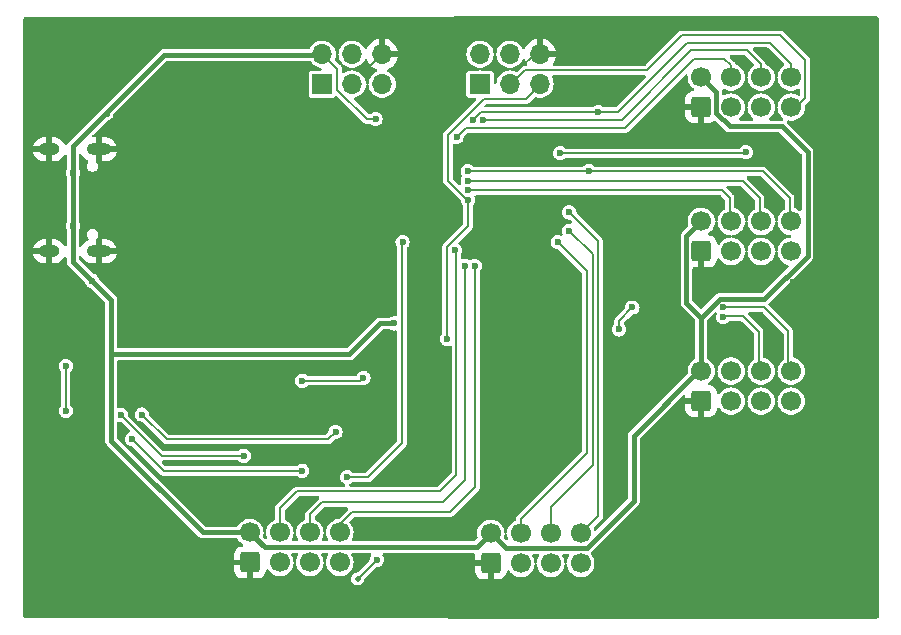
<source format=gbr>
G04 #@! TF.GenerationSoftware,KiCad,Pcbnew,8.0.6-8.0.6-0~ubuntu24.04.1*
G04 #@! TF.CreationDate,2024-11-11T15:02:52+01:00*
G04 #@! TF.ProjectId,PicoMother,5069636f-4d6f-4746-9865-722e6b696361,1*
G04 #@! TF.SameCoordinates,Original*
G04 #@! TF.FileFunction,Copper,L2,Bot*
G04 #@! TF.FilePolarity,Positive*
%FSLAX46Y46*%
G04 Gerber Fmt 4.6, Leading zero omitted, Abs format (unit mm)*
G04 Created by KiCad (PCBNEW 8.0.6-8.0.6-0~ubuntu24.04.1) date 2024-11-11 15:02:52*
%MOMM*%
%LPD*%
G01*
G04 APERTURE LIST*
G04 Aperture macros list*
%AMRoundRect*
0 Rectangle with rounded corners*
0 $1 Rounding radius*
0 $2 $3 $4 $5 $6 $7 $8 $9 X,Y pos of 4 corners*
0 Add a 4 corners polygon primitive as box body*
4,1,4,$2,$3,$4,$5,$6,$7,$8,$9,$2,$3,0*
0 Add four circle primitives for the rounded corners*
1,1,$1+$1,$2,$3*
1,1,$1+$1,$4,$5*
1,1,$1+$1,$6,$7*
1,1,$1+$1,$8,$9*
0 Add four rect primitives between the rounded corners*
20,1,$1+$1,$2,$3,$4,$5,0*
20,1,$1+$1,$4,$5,$6,$7,0*
20,1,$1+$1,$6,$7,$8,$9,0*
20,1,$1+$1,$8,$9,$2,$3,0*%
G04 Aperture macros list end*
G04 #@! TA.AperFunction,ComponentPad*
%ADD10RoundRect,0.250000X0.600000X-0.600000X0.600000X0.600000X-0.600000X0.600000X-0.600000X-0.600000X0*%
G04 #@! TD*
G04 #@! TA.AperFunction,ComponentPad*
%ADD11C,1.700000*%
G04 #@! TD*
G04 #@! TA.AperFunction,ComponentPad*
%ADD12R,1.700000X1.700000*%
G04 #@! TD*
G04 #@! TA.AperFunction,ComponentPad*
%ADD13O,1.700000X1.700000*%
G04 #@! TD*
G04 #@! TA.AperFunction,ComponentPad*
%ADD14O,2.100000X1.000000*%
G04 #@! TD*
G04 #@! TA.AperFunction,ComponentPad*
%ADD15O,1.800000X1.000000*%
G04 #@! TD*
G04 #@! TA.AperFunction,ViaPad*
%ADD16C,0.600000*%
G04 #@! TD*
G04 #@! TA.AperFunction,ViaPad*
%ADD17C,0.500000*%
G04 #@! TD*
G04 #@! TA.AperFunction,Conductor*
%ADD18C,0.200000*%
G04 #@! TD*
G04 #@! TA.AperFunction,Conductor*
%ADD19C,0.400000*%
G04 #@! TD*
G04 APERTURE END LIST*
D10*
G04 #@! TO.P,J5,1,Pin_1*
G04 #@! TO.N,GND*
X119989600Y-123240800D03*
D11*
G04 #@! TO.P,J5,2,Pin_2*
G04 #@! TO.N,USBVCC*
X119989600Y-120700800D03*
G04 #@! TO.P,J5,3,Pin_3*
G04 #@! TO.N,MOSI*
X122529600Y-123240800D03*
G04 #@! TO.P,J5,4,Pin_4*
G04 #@! TO.N,INT5*
X122529600Y-120700800D03*
G04 #@! TO.P,J5,5,Pin_5*
G04 #@! TO.N,MISO*
X125069600Y-123240800D03*
G04 #@! TO.P,J5,6,Pin_6*
G04 #@! TO.N,RST5*
X125069600Y-120700800D03*
G04 #@! TO.P,J5,7,Pin_7*
G04 #@! TO.N,SCK*
X127609600Y-123240800D03*
G04 #@! TO.P,J5,8,Pin_8*
G04 #@! TO.N,CS5*
X127609600Y-120700800D03*
G04 #@! TD*
D10*
G04 #@! TO.P,J3,1,Pin_1*
G04 #@! TO.N,GND*
X158200000Y-109575600D03*
D11*
G04 #@! TO.P,J3,2,Pin_2*
G04 #@! TO.N,USBVCC*
X158200000Y-107035600D03*
G04 #@! TO.P,J3,3,Pin_3*
G04 #@! TO.N,MOSI*
X160740000Y-109575600D03*
G04 #@! TO.P,J3,4,Pin_4*
G04 #@! TO.N,INT3*
X160740000Y-107035600D03*
G04 #@! TO.P,J3,5,Pin_5*
G04 #@! TO.N,MISO*
X163280000Y-109575600D03*
G04 #@! TO.P,J3,6,Pin_6*
G04 #@! TO.N,RST3*
X163280000Y-107035600D03*
G04 #@! TO.P,J3,7,Pin_7*
G04 #@! TO.N,SCK*
X165820000Y-109575600D03*
G04 #@! TO.P,J3,8,Pin_8*
G04 #@! TO.N,CS3*
X165820000Y-107035600D03*
G04 #@! TD*
D10*
G04 #@! TO.P,J2,1,Pin_1*
G04 #@! TO.N,GND*
X158200000Y-96901000D03*
D11*
G04 #@! TO.P,J2,2,Pin_2*
G04 #@! TO.N,USBVCC*
X158200000Y-94361000D03*
G04 #@! TO.P,J2,3,Pin_3*
G04 #@! TO.N,MOSI*
X160740000Y-96901000D03*
G04 #@! TO.P,J2,4,Pin_4*
G04 #@! TO.N,INT2*
X160740000Y-94361000D03*
G04 #@! TO.P,J2,5,Pin_5*
G04 #@! TO.N,MISO*
X163280000Y-96901000D03*
G04 #@! TO.P,J2,6,Pin_6*
G04 #@! TO.N,RST2*
X163280000Y-94361000D03*
G04 #@! TO.P,J2,7,Pin_7*
G04 #@! TO.N,SCK*
X165820000Y-96901000D03*
G04 #@! TO.P,J2,8,Pin_8*
G04 #@! TO.N,CS2*
X165820000Y-94361000D03*
G04 #@! TD*
D12*
G04 #@! TO.P,J8,1,Pin_1*
G04 #@! TO.N,MISO2*
X126111000Y-82750000D03*
D13*
G04 #@! TO.P,J8,2,Pin_2*
G04 #@! TO.N,USBVCC*
X126111000Y-80210000D03*
G04 #@! TO.P,J8,3,Pin_3*
G04 #@! TO.N,SCK2*
X128651000Y-82750000D03*
G04 #@! TO.P,J8,4,Pin_4*
G04 #@! TO.N,MOSI2*
X128651000Y-80210000D03*
G04 #@! TO.P,J8,5,Pin_5*
G04 #@! TO.N,RESET2*
X131191000Y-82750000D03*
G04 #@! TO.P,J8,6,Pin_6*
G04 #@! TO.N,GND*
X131191000Y-80210000D03*
G04 #@! TD*
D10*
G04 #@! TO.P,J1,1,Pin_1*
G04 #@! TO.N,GND*
X158200000Y-84683600D03*
D11*
G04 #@! TO.P,J1,2,Pin_2*
G04 #@! TO.N,USBVCC*
X158200000Y-82143600D03*
G04 #@! TO.P,J1,3,Pin_3*
G04 #@! TO.N,MOSI*
X160740000Y-84683600D03*
G04 #@! TO.P,J1,4,Pin_4*
G04 #@! TO.N,INT1*
X160740000Y-82143600D03*
G04 #@! TO.P,J1,5,Pin_5*
G04 #@! TO.N,MISO*
X163280000Y-84683600D03*
G04 #@! TO.P,J1,6,Pin_6*
G04 #@! TO.N,RST1*
X163280000Y-82143600D03*
G04 #@! TO.P,J1,7,Pin_7*
G04 #@! TO.N,SCK*
X165820000Y-84683600D03*
G04 #@! TO.P,J1,8,Pin_8*
G04 #@! TO.N,CS1*
X165820000Y-82143600D03*
G04 #@! TD*
D10*
G04 #@! TO.P,J4,1,Pin_1*
G04 #@! TO.N,GND*
X140385800Y-123317000D03*
D11*
G04 #@! TO.P,J4,2,Pin_2*
G04 #@! TO.N,USBVCC*
X140385800Y-120777000D03*
G04 #@! TO.P,J4,3,Pin_3*
G04 #@! TO.N,MOSI*
X142925800Y-123317000D03*
G04 #@! TO.P,J4,4,Pin_4*
G04 #@! TO.N,INT4*
X142925800Y-120777000D03*
G04 #@! TO.P,J4,5,Pin_5*
G04 #@! TO.N,MISO*
X145465800Y-123317000D03*
G04 #@! TO.P,J4,6,Pin_6*
G04 #@! TO.N,RST4*
X145465800Y-120777000D03*
G04 #@! TO.P,J4,7,Pin_7*
G04 #@! TO.N,SCK*
X148005800Y-123317000D03*
G04 #@! TO.P,J4,8,Pin_8*
G04 #@! TO.N,CS4*
X148005800Y-120777000D03*
G04 #@! TD*
D12*
G04 #@! TO.P,J7,1,Pin_1*
G04 #@! TO.N,MISO*
X139471400Y-82750000D03*
D13*
G04 #@! TO.P,J7,2,Pin_2*
G04 #@! TO.N,USBVCC*
X139471400Y-80210000D03*
G04 #@! TO.P,J7,3,Pin_3*
G04 #@! TO.N,SCK*
X142011400Y-82750000D03*
G04 #@! TO.P,J7,4,Pin_4*
G04 #@! TO.N,MOSI*
X142011400Y-80210000D03*
G04 #@! TO.P,J7,5,Pin_5*
G04 #@! TO.N,RESET*
X144551400Y-82750000D03*
G04 #@! TO.P,J7,6,Pin_6*
G04 #@! TO.N,GND*
X144551400Y-80210000D03*
G04 #@! TD*
D14*
G04 #@! TO.P,J9,S1,SHIELD*
G04 #@! TO.N,GND*
X107180000Y-88250000D03*
D15*
X103000000Y-88250000D03*
D14*
X107180000Y-96890000D03*
D15*
X103000000Y-96890000D03*
G04 #@! TD*
D16*
G04 #@! TO.N,GND*
X133200000Y-124400000D03*
X162560000Y-123190000D03*
X121250000Y-95000000D03*
X106400000Y-110600000D03*
X172720000Y-85090000D03*
X116300000Y-77600000D03*
X134000000Y-127500000D03*
X162560000Y-118110000D03*
X168910000Y-116840000D03*
X158250000Y-112400000D03*
X172720000Y-104140000D03*
X112500000Y-89250000D03*
X168910000Y-77600000D03*
X172720000Y-77600000D03*
X119300000Y-100562500D03*
X109750000Y-77600000D03*
X140100000Y-104500000D03*
X123190000Y-93980000D03*
X168910000Y-85090000D03*
X157500000Y-127500000D03*
X168910000Y-91440000D03*
X116750000Y-101050000D03*
X172720000Y-91440000D03*
X151130000Y-114300000D03*
X140688800Y-89408000D03*
X135200000Y-77600000D03*
X150200000Y-102900000D03*
X116300000Y-84200000D03*
X123190000Y-90170000D03*
X140688800Y-93472000D03*
X102000000Y-83820000D03*
X102000000Y-127250000D03*
X157480000Y-118110000D03*
X158200000Y-86300000D03*
X115570000Y-107950000D03*
X127000000Y-104140000D03*
X102000000Y-102900000D03*
X147500000Y-83250000D03*
X141400000Y-98000000D03*
X131600000Y-90000000D03*
X168910000Y-97790000D03*
X147100000Y-104700000D03*
X146300000Y-77600000D03*
X168910000Y-110490000D03*
X162000000Y-112400000D03*
X127000000Y-99060000D03*
X158100000Y-77600000D03*
X143800000Y-94900000D03*
X142240000Y-106680000D03*
X172720000Y-116840000D03*
X105250000Y-108500000D03*
X121920000Y-109220000D03*
X134000000Y-114700000D03*
X155500000Y-97000000D03*
X150100000Y-93100000D03*
X142240000Y-116840000D03*
X172750000Y-127500000D03*
X172720000Y-97790000D03*
X109750000Y-123000000D03*
X166000000Y-99500000D03*
X102000000Y-98750000D03*
X134800000Y-102000000D03*
X110490000Y-107950000D03*
X109750000Y-119000000D03*
X168910000Y-104140000D03*
X112750000Y-96500000D03*
X109750000Y-127250000D03*
X135250000Y-83000000D03*
X126400000Y-119400000D03*
X172720000Y-110490000D03*
X105410000Y-114300000D03*
X163000000Y-99500000D03*
X130810000Y-113030000D03*
X172720000Y-123190000D03*
X123250000Y-84200000D03*
X169000000Y-127500000D03*
X105410000Y-105410000D03*
X146000000Y-98300000D03*
X118250000Y-122000000D03*
X124500000Y-118250000D03*
X144200000Y-105600000D03*
X122200000Y-102762500D03*
X109750000Y-102900000D03*
X102000000Y-123000000D03*
X102000000Y-119000000D03*
X109750000Y-87250000D03*
X123300000Y-77600000D03*
X168910000Y-123190000D03*
X134000000Y-120200000D03*
X102000000Y-77600000D03*
X162000000Y-83400000D03*
X162500000Y-127500000D03*
X164500000Y-83400000D03*
X115100000Y-114800000D03*
X157480000Y-123250000D03*
X164800000Y-112400000D03*
G04 #@! TO.N,RESET*
X138456652Y-92544358D03*
X136677400Y-104300000D03*
D17*
G04 #@! TO.N,USBVCC*
X107887500Y-85250000D03*
D16*
X132200000Y-103000000D03*
X130632200Y-85690000D03*
X105000000Y-94750000D03*
X106619500Y-99380500D03*
X105000000Y-90250000D03*
G04 #@! TO.N,MISO*
X146262800Y-88595200D03*
X162000000Y-88500000D03*
G04 #@! TO.N,+3V3*
X104400000Y-106600000D03*
X129600000Y-107600000D03*
X124420400Y-107848400D03*
X104400000Y-110400000D03*
G04 #@! TO.N,CS_SD_3v3*
X124420400Y-115468400D03*
X110000000Y-112800000D03*
G04 #@! TO.N,INT1*
X137490200Y-87223600D03*
G04 #@! TO.N,RST1*
X139750800Y-85775800D03*
G04 #@! TO.N,CS2*
X148700000Y-90100000D03*
X138430000Y-90119200D03*
G04 #@! TO.N,RST2*
X138430000Y-90919203D03*
G04 #@! TO.N,INT2*
X138430000Y-91744800D03*
G04 #@! TO.N,CS3*
X152374600Y-101650800D03*
X151245835Y-103504165D03*
X160045400Y-101650800D03*
G04 #@! TO.N,RST3*
X160076147Y-102450211D03*
G04 #@! TO.N,CS4*
X147040600Y-93599000D03*
G04 #@! TO.N,RST4*
X147015200Y-95148400D03*
G04 #@! TO.N,INT4*
X146050000Y-96113600D03*
D17*
G04 #@! TO.N,CS5*
X129125000Y-124625000D03*
D16*
X130750000Y-123000000D03*
X139039600Y-98130900D03*
G04 #@! TO.N,INT5*
X137363200Y-96824800D03*
G04 #@! TO.N,RST5*
X138239671Y-98120030D03*
G04 #@! TO.N,CS1*
X149500000Y-85115400D03*
X138887200Y-85775800D03*
G04 #@! TO.N,CS_SD*
X132918200Y-96113600D03*
X128228800Y-116027200D03*
G04 #@! TO.N,SCK_3v3*
X109067600Y-110744000D03*
X119470400Y-114198400D03*
G04 #@! TO.N,MISO_3v3*
X127242800Y-112188000D03*
X110845600Y-110718600D03*
G04 #@! TD*
D18*
G04 #@! TO.N,GND*
X128100000Y-81500000D02*
X127400000Y-80800000D01*
X131191000Y-80210000D02*
X129901000Y-81500000D01*
X164500000Y-83400000D02*
X166400000Y-83400000D01*
X164500000Y-83400000D02*
X162800000Y-83400000D01*
X129901000Y-81500000D02*
X128100000Y-81500000D01*
X142800514Y-81500000D02*
X138500000Y-81500000D01*
X144551400Y-80210000D02*
X144090514Y-80210000D01*
X127400000Y-79500000D02*
X125500000Y-77600000D01*
X125500000Y-77600000D02*
X123300000Y-77600000D01*
X127400000Y-80800000D02*
X127400000Y-79500000D01*
X162000000Y-83400000D02*
X160200000Y-83400000D01*
X144090514Y-80210000D02*
X142800514Y-81500000D01*
G04 #@! TO.N,RESET*
X136677400Y-104300000D02*
X136677400Y-96522600D01*
X136750000Y-90913329D02*
X138381029Y-92544358D01*
X143406200Y-84000000D02*
X139814471Y-84000000D01*
X144551400Y-82854800D02*
X143406200Y-84000000D01*
X138456652Y-94743348D02*
X138456652Y-92544358D01*
X136677400Y-96522600D02*
X138456652Y-94743348D01*
X136750000Y-87064471D02*
X136750000Y-90913329D01*
X138381029Y-92544358D02*
X138456652Y-92544358D01*
X139814471Y-84000000D02*
X136750000Y-87064471D01*
D19*
G04 #@! TO.N,USBVCC*
X121239600Y-121950800D02*
X119989600Y-120700800D01*
X159755450Y-100950800D02*
X158200000Y-102506250D01*
X158200000Y-102506250D02*
X156950000Y-101256250D01*
D18*
X119989600Y-120700800D02*
X119989600Y-120929400D01*
D19*
X140385800Y-120777000D02*
X139212000Y-121950800D01*
D18*
X127400000Y-83200000D02*
X129890000Y-85690000D01*
D19*
X163537967Y-100950800D02*
X159755450Y-100950800D01*
X131000000Y-103000000D02*
X128400000Y-105600000D01*
D18*
X126111000Y-80210000D02*
X127400000Y-81499000D01*
D19*
X165074116Y-86324116D02*
X167208200Y-88458200D01*
X152500000Y-118050567D02*
X148523567Y-122027000D01*
D18*
X127400000Y-81499000D02*
X127400000Y-83200000D01*
D19*
X167208200Y-97280567D02*
X163537967Y-100950800D01*
X105000000Y-97761000D02*
X105000000Y-94750000D01*
X108250000Y-112948350D02*
X116002450Y-120700800D01*
X158200000Y-102506250D02*
X158200000Y-107035600D01*
X107887500Y-85112500D02*
X107887500Y-85250000D01*
X108250000Y-105600000D02*
X108250000Y-112948350D01*
X105000000Y-90250000D02*
X105000000Y-94750000D01*
X157962600Y-107035600D02*
X152500000Y-112498200D01*
X116002450Y-120700800D02*
X119989600Y-120700800D01*
X156950000Y-101256250D02*
X156950000Y-95611000D01*
X159490000Y-83433600D02*
X159490000Y-85201367D01*
D18*
X119989600Y-120929400D02*
X121005600Y-121945400D01*
D19*
X107750000Y-85250000D02*
X107887500Y-85250000D01*
X106619500Y-99380500D02*
X108250000Y-101011000D01*
X167208200Y-88458200D02*
X167208200Y-97280567D01*
X125970000Y-80250000D02*
X112750000Y-80250000D01*
X158200000Y-82143600D02*
X159490000Y-83433600D01*
X159490000Y-85201367D02*
X160612749Y-86324116D01*
X156950000Y-95611000D02*
X158200000Y-94361000D01*
X108250000Y-101011000D02*
X108250000Y-105600000D01*
X105000000Y-88000000D02*
X107750000Y-85250000D01*
X132200000Y-103000000D02*
X131000000Y-103000000D01*
X105000000Y-90250000D02*
X105000000Y-88000000D01*
X141635800Y-122027000D02*
X140385800Y-120777000D01*
X139212000Y-121950800D02*
X121239600Y-121950800D01*
D18*
X129890000Y-85690000D02*
X130632200Y-85690000D01*
D19*
X152500000Y-112498200D02*
X152500000Y-118050567D01*
X160612749Y-86324116D02*
X165074116Y-86324116D01*
X128400000Y-105600000D02*
X108250000Y-105600000D01*
X112750000Y-80250000D02*
X107887500Y-85112500D01*
X106619500Y-99380500D02*
X105000000Y-97761000D01*
X148523567Y-122027000D02*
X141635800Y-122027000D01*
D18*
G04 #@! TO.N,MISO*
X161904800Y-88595200D02*
X146262800Y-88595200D01*
X162000000Y-88500000D02*
X161904800Y-88595200D01*
G04 #@! TO.N,SCK*
X164900000Y-78600000D02*
X167000000Y-80700000D01*
X167000000Y-83952000D02*
X166268400Y-84683600D01*
X153615200Y-81584800D02*
X156600000Y-78600000D01*
X156600000Y-78600000D02*
X164900000Y-78600000D01*
X142011400Y-82854800D02*
X143281400Y-81584800D01*
X143281400Y-81584800D02*
X153615200Y-81584800D01*
X166268400Y-84683600D02*
X165811200Y-84683600D01*
X167000000Y-80700000D02*
X167000000Y-83952000D01*
G04 #@! TO.N,+3V3*
X104400000Y-106600000D02*
X104400000Y-110400000D01*
X124420400Y-107848400D02*
X129351600Y-107848400D01*
X129351600Y-107848400D02*
X129600000Y-107600000D01*
G04 #@! TO.N,CS_SD_3v3*
X110000000Y-112800000D02*
X112700000Y-115500000D01*
X124388800Y-115500000D02*
X124420400Y-115468400D01*
X112700000Y-115500000D02*
X124388800Y-115500000D01*
G04 #@! TO.N,INT1*
X157632400Y-80594200D02*
X160172400Y-80594200D01*
X138252200Y-86461600D02*
X151765000Y-86461600D01*
X160172400Y-80594200D02*
X160731200Y-81153000D01*
X160731200Y-81153000D02*
X160731200Y-82143600D01*
X137490200Y-87223600D02*
X138252200Y-86461600D01*
X151765000Y-86461600D02*
X157632400Y-80594200D01*
G04 #@! TO.N,RST1*
X157353000Y-79883000D02*
X162083000Y-79883000D01*
X163271200Y-81071200D02*
X163271200Y-82143600D01*
X151460200Y-85775800D02*
X157353000Y-79883000D01*
X162083000Y-79883000D02*
X163271200Y-81071200D01*
X139750800Y-85775800D02*
X151460200Y-85775800D01*
G04 #@! TO.N,CS2*
X148700000Y-90100000D02*
X148719200Y-90119200D01*
X148719200Y-90119200D02*
X163419200Y-90119200D01*
X148700000Y-90100000D02*
X148680800Y-90119200D01*
X163419200Y-90119200D02*
X165684200Y-92384200D01*
X148680800Y-90119200D02*
X138430000Y-90119200D01*
X165684200Y-92384200D02*
X165684200Y-94361000D01*
G04 #@! TO.N,RST2*
X138430000Y-90919203D02*
X138518997Y-90919203D01*
X138518997Y-90919203D02*
X138531794Y-90932000D01*
X161732000Y-90932000D02*
X163144200Y-92344200D01*
X138531794Y-90932000D02*
X161732000Y-90932000D01*
X163144200Y-92344200D02*
X163144200Y-94361000D01*
G04 #@! TO.N,INT2*
X159994600Y-91744800D02*
X160604200Y-92354400D01*
X138430000Y-91744800D02*
X159994600Y-91744800D01*
X160604200Y-92354400D02*
X160604200Y-94361000D01*
G04 #@! TO.N,CS3*
X151245835Y-102779565D02*
X152374600Y-101650800D01*
X163550800Y-101650800D02*
X165582600Y-103682600D01*
X165582600Y-103682600D02*
X165582600Y-107035600D01*
X160045400Y-101650800D02*
X163550800Y-101650800D01*
X151245835Y-103504165D02*
X151245835Y-102779565D01*
G04 #@! TO.N,RST3*
X161762800Y-102412800D02*
X163068000Y-103718000D01*
X163068000Y-103718000D02*
X163068000Y-107010200D01*
X160113558Y-102412800D02*
X161762800Y-102412800D01*
X160076147Y-102450211D02*
X160113558Y-102412800D01*
G04 #@! TO.N,CS4*
X147040600Y-93599000D02*
X149500000Y-96058400D01*
X149500000Y-96058400D02*
X149500000Y-119282800D01*
X149500000Y-119282800D02*
X148005800Y-120777000D01*
G04 #@! TO.N,RST4*
X149000000Y-97133200D02*
X149000000Y-115000000D01*
X147015200Y-95148400D02*
X149000000Y-97133200D01*
X149000000Y-115000000D02*
X145465800Y-118534200D01*
X145465800Y-118534200D02*
X145465800Y-120777000D01*
G04 #@! TO.N,INT4*
X146050000Y-96113600D02*
X148500000Y-98563600D01*
X142925800Y-119574200D02*
X142925800Y-120777000D01*
X148500000Y-98563600D02*
X148500000Y-114000000D01*
X148500000Y-114000000D02*
X142925800Y-119574200D01*
G04 #@! TO.N,CS5*
X127609600Y-119990400D02*
X127609600Y-120700800D01*
X139039600Y-98130900D02*
X139039600Y-116860400D01*
X139039600Y-116860400D02*
X136900000Y-119000000D01*
X128600000Y-119000000D02*
X127609600Y-119990400D01*
X130750000Y-123000000D02*
X129125000Y-124625000D01*
X136900000Y-119000000D02*
X128600000Y-119000000D01*
G04 #@! TO.N,INT5*
X123952000Y-117221000D02*
X122529600Y-118643400D01*
X137464800Y-115824000D02*
X136067800Y-117221000D01*
X137464800Y-96926400D02*
X137464800Y-115824000D01*
X137363200Y-96824800D02*
X137464800Y-96926400D01*
X136067800Y-117221000D02*
X123952000Y-117221000D01*
X122529600Y-118643400D02*
X122529600Y-120700800D01*
G04 #@! TO.N,RST5*
X138239671Y-116260329D02*
X136339200Y-118160800D01*
X126085600Y-118160800D02*
X125069600Y-119176800D01*
X125069600Y-119176800D02*
X125069600Y-120700800D01*
X136339200Y-118160800D02*
X126085600Y-118160800D01*
X138239671Y-98120030D02*
X138239671Y-116260329D01*
G04 #@! TO.N,CS1*
X138887200Y-85775800D02*
X139547600Y-85115400D01*
X149500000Y-85115400D02*
X151130000Y-85115400D01*
X164022600Y-79222600D02*
X165820000Y-81020000D01*
X139547600Y-85115400D02*
X149500000Y-85115400D01*
X157022800Y-79222600D02*
X164022600Y-79222600D01*
X165820000Y-81020000D02*
X165820000Y-82143600D01*
X151130000Y-85115400D02*
X157022800Y-79222600D01*
G04 #@! TO.N,CS_SD*
X128228800Y-116027200D02*
X129972800Y-116027200D01*
X132867400Y-113132600D02*
X132867400Y-96164400D01*
X129972800Y-116027200D02*
X132867400Y-113132600D01*
X132867400Y-96164400D02*
X132918200Y-96113600D01*
G04 #@! TO.N,SCK_3v3*
X109067600Y-110744000D02*
X112522000Y-114198400D01*
X112522000Y-114198400D02*
X119470400Y-114198400D01*
G04 #@! TO.N,MISO_3v3*
X112953800Y-112826800D02*
X126604000Y-112826800D01*
X110845600Y-110718600D02*
X112953800Y-112826800D01*
X126604000Y-112826800D02*
X127242800Y-112188000D01*
G04 #@! TD*
G04 #@! TA.AperFunction,Conductor*
G04 #@! TO.N,GND*
G36*
X125826606Y-117641185D02*
G01*
X125872361Y-117693989D01*
X125882305Y-117763147D01*
X125853280Y-117826703D01*
X125845188Y-117834327D01*
X125845434Y-117834573D01*
X124749122Y-118930884D01*
X124749118Y-118930890D01*
X124696392Y-119022212D01*
X124696393Y-119022213D01*
X124669100Y-119124073D01*
X124669100Y-119537194D01*
X124649415Y-119604233D01*
X124596611Y-119649988D01*
X124589895Y-119652820D01*
X124554587Y-119666498D01*
X124554579Y-119666502D01*
X124373299Y-119778747D01*
X124215727Y-119922393D01*
X124087232Y-120092546D01*
X123992196Y-120283405D01*
X123992196Y-120283407D01*
X123933844Y-120488489D01*
X123923071Y-120604751D01*
X123897285Y-120669688D01*
X123852730Y-120701604D01*
X123889103Y-120722468D01*
X123921293Y-120784481D01*
X123923071Y-120796848D01*
X123933844Y-120913110D01*
X123992196Y-121118192D01*
X123992196Y-121118194D01*
X124068299Y-121271029D01*
X124080560Y-121339814D01*
X124053687Y-121404309D01*
X123996211Y-121444037D01*
X123957299Y-121450300D01*
X123641901Y-121450300D01*
X123574862Y-121430615D01*
X123529107Y-121377811D01*
X123519163Y-121308653D01*
X123530901Y-121271029D01*
X123607003Y-121118194D01*
X123607003Y-121118193D01*
X123607005Y-121118189D01*
X123665356Y-120913110D01*
X123676129Y-120796847D01*
X123701915Y-120731911D01*
X123746469Y-120699994D01*
X123710097Y-120679131D01*
X123677907Y-120617118D01*
X123676129Y-120604751D01*
X123672417Y-120564690D01*
X123665356Y-120488490D01*
X123607005Y-120283411D01*
X123607003Y-120283406D01*
X123607003Y-120283405D01*
X123511967Y-120092546D01*
X123383472Y-119922393D01*
X123364634Y-119905220D01*
X123225902Y-119778748D01*
X123108246Y-119705898D01*
X123044620Y-119666502D01*
X123044612Y-119666498D01*
X123009305Y-119652820D01*
X122953904Y-119610246D01*
X122930314Y-119544479D01*
X122930100Y-119537194D01*
X122930100Y-118860655D01*
X122949785Y-118793616D01*
X122966419Y-118772974D01*
X124081574Y-117657819D01*
X124142897Y-117624334D01*
X124169255Y-117621500D01*
X125759567Y-117621500D01*
X125826606Y-117641185D01*
G37*
G04 #@! TD.AperFunction*
G04 #@! TA.AperFunction,Conductor*
G36*
X128239984Y-118580985D02*
G01*
X128285739Y-118633789D01*
X128295683Y-118702947D01*
X128266658Y-118766503D01*
X128260626Y-118772981D01*
X127505933Y-119527672D01*
X127444610Y-119561157D01*
X127441038Y-119561879D01*
X127293403Y-119589478D01*
X127094582Y-119666501D01*
X127094580Y-119666502D01*
X126913299Y-119778747D01*
X126755727Y-119922393D01*
X126627232Y-120092546D01*
X126532196Y-120283405D01*
X126532196Y-120283407D01*
X126473844Y-120488489D01*
X126463071Y-120604751D01*
X126437285Y-120669688D01*
X126392730Y-120701604D01*
X126429103Y-120722468D01*
X126461293Y-120784481D01*
X126463071Y-120796848D01*
X126473844Y-120913110D01*
X126532196Y-121118192D01*
X126532196Y-121118194D01*
X126608299Y-121271029D01*
X126620560Y-121339814D01*
X126593687Y-121404309D01*
X126536211Y-121444037D01*
X126497299Y-121450300D01*
X126181901Y-121450300D01*
X126114862Y-121430615D01*
X126069107Y-121377811D01*
X126059163Y-121308653D01*
X126070901Y-121271029D01*
X126147003Y-121118194D01*
X126147003Y-121118193D01*
X126147005Y-121118189D01*
X126205356Y-120913110D01*
X126216129Y-120796847D01*
X126241915Y-120731911D01*
X126286469Y-120699994D01*
X126250097Y-120679131D01*
X126217907Y-120617118D01*
X126216129Y-120604751D01*
X126212417Y-120564690D01*
X126205356Y-120488490D01*
X126147005Y-120283411D01*
X126147003Y-120283406D01*
X126147003Y-120283405D01*
X126051967Y-120092546D01*
X125923472Y-119922393D01*
X125904634Y-119905220D01*
X125765902Y-119778748D01*
X125648246Y-119705898D01*
X125584620Y-119666502D01*
X125584612Y-119666498D01*
X125549305Y-119652820D01*
X125493904Y-119610246D01*
X125470314Y-119544479D01*
X125470100Y-119537194D01*
X125470100Y-119394055D01*
X125489785Y-119327016D01*
X125506419Y-119306374D01*
X126215174Y-118597619D01*
X126276497Y-118564134D01*
X126302855Y-118561300D01*
X128172945Y-118561300D01*
X128239984Y-118580985D01*
G37*
G04 #@! TD.AperFunction*
G04 #@! TA.AperFunction,Conductor*
G36*
X159844384Y-92164985D02*
G01*
X159865026Y-92181619D01*
X160167381Y-92483973D01*
X160200866Y-92545296D01*
X160203700Y-92571654D01*
X160203700Y-93270810D01*
X160184015Y-93337849D01*
X160144978Y-93376236D01*
X160043703Y-93438943D01*
X159886127Y-93582593D01*
X159757632Y-93752746D01*
X159662596Y-93943605D01*
X159662596Y-93943607D01*
X159604244Y-94148689D01*
X159593471Y-94264951D01*
X159567685Y-94329888D01*
X159523130Y-94361804D01*
X159559503Y-94382668D01*
X159591693Y-94444681D01*
X159593470Y-94457047D01*
X159604244Y-94573310D01*
X159654517Y-94750000D01*
X159662596Y-94778392D01*
X159662596Y-94778394D01*
X159757632Y-94969253D01*
X159852299Y-95094611D01*
X159886128Y-95139407D01*
X160043698Y-95283052D01*
X160224981Y-95395298D01*
X160423802Y-95472321D01*
X160620613Y-95509111D01*
X160682893Y-95540779D01*
X160718166Y-95601092D01*
X160715232Y-95670900D01*
X160675023Y-95728040D01*
X160620613Y-95752888D01*
X160423802Y-95789679D01*
X160423799Y-95789679D01*
X160423799Y-95789680D01*
X160224982Y-95866701D01*
X160224980Y-95866702D01*
X160043699Y-95978947D01*
X159886127Y-96122593D01*
X159768726Y-96278056D01*
X159712616Y-96319692D01*
X159642904Y-96324383D01*
X159581723Y-96290641D01*
X159548496Y-96229177D01*
X159546414Y-96215930D01*
X159539505Y-96148303D01*
X159484358Y-95981880D01*
X159484356Y-95981875D01*
X159392315Y-95832654D01*
X159268345Y-95708684D01*
X159119124Y-95616643D01*
X159119119Y-95616641D01*
X158952697Y-95561494D01*
X158952690Y-95561493D01*
X158880662Y-95554134D01*
X158815971Y-95527737D01*
X158775820Y-95470556D01*
X158772958Y-95400745D01*
X158808292Y-95340468D01*
X158827982Y-95325353D01*
X158896302Y-95283052D01*
X159053872Y-95139407D01*
X159182366Y-94969255D01*
X159213482Y-94906765D01*
X159277403Y-94778394D01*
X159277403Y-94778393D01*
X159277405Y-94778389D01*
X159335756Y-94573310D01*
X159346529Y-94457047D01*
X159372315Y-94392111D01*
X159416869Y-94360194D01*
X159380497Y-94339331D01*
X159348307Y-94277318D01*
X159346529Y-94264951D01*
X159340944Y-94204682D01*
X159335756Y-94148690D01*
X159277405Y-93943611D01*
X159277403Y-93943606D01*
X159277403Y-93943605D01*
X159182367Y-93752746D01*
X159053872Y-93582593D01*
X158916730Y-93457571D01*
X158896302Y-93438948D01*
X158715019Y-93326702D01*
X158715017Y-93326701D01*
X158570744Y-93270810D01*
X158516198Y-93249679D01*
X158306610Y-93210500D01*
X158093390Y-93210500D01*
X157883802Y-93249679D01*
X157883799Y-93249679D01*
X157883799Y-93249680D01*
X157684982Y-93326701D01*
X157684980Y-93326702D01*
X157503699Y-93438947D01*
X157346127Y-93582593D01*
X157217632Y-93752746D01*
X157122596Y-93943605D01*
X157122596Y-93943607D01*
X157064244Y-94148689D01*
X157044571Y-94360999D01*
X157044571Y-94361000D01*
X157064243Y-94573309D01*
X157092065Y-94671089D01*
X157091479Y-94740957D01*
X157060480Y-94792705D01*
X156642686Y-95210500D01*
X156549502Y-95303683D01*
X156549500Y-95303686D01*
X156483608Y-95417812D01*
X156449500Y-95545108D01*
X156449500Y-101322141D01*
X156483608Y-101449437D01*
X156516554Y-101506500D01*
X156549500Y-101563564D01*
X156549502Y-101563566D01*
X157663181Y-102677245D01*
X157696666Y-102738568D01*
X157699500Y-102764926D01*
X157699500Y-105923244D01*
X157679815Y-105990283D01*
X157640778Y-106028671D01*
X157503699Y-106113547D01*
X157346127Y-106257193D01*
X157217632Y-106427346D01*
X157122596Y-106618205D01*
X157122596Y-106618207D01*
X157064244Y-106823289D01*
X157044571Y-107035599D01*
X157044571Y-107035601D01*
X157057026Y-107170027D01*
X157043610Y-107238597D01*
X157021236Y-107269148D01*
X152192686Y-112097700D01*
X152099502Y-112190883D01*
X152099500Y-112190886D01*
X152033608Y-112305012D01*
X151999500Y-112432308D01*
X151999500Y-117791890D01*
X151979815Y-117858929D01*
X151963181Y-117879571D01*
X149320994Y-120521757D01*
X149259671Y-120555242D01*
X149189979Y-120550258D01*
X149134046Y-120508386D01*
X149114048Y-120468013D01*
X149083205Y-120359611D01*
X149082409Y-120356813D01*
X149082996Y-120286946D01*
X149113994Y-120235198D01*
X149426801Y-119922391D01*
X149820480Y-119528713D01*
X149873207Y-119437388D01*
X149900500Y-119335527D01*
X149900500Y-119230073D01*
X149900500Y-103504163D01*
X150640153Y-103504163D01*
X150640153Y-103504166D01*
X150660790Y-103660925D01*
X150660791Y-103660927D01*
X150721299Y-103807006D01*
X150817553Y-103932447D01*
X150942994Y-104028701D01*
X151089073Y-104089209D01*
X151167454Y-104099528D01*
X151245834Y-104109847D01*
X151245835Y-104109847D01*
X151245836Y-104109847D01*
X151298089Y-104102967D01*
X151402597Y-104089209D01*
X151548676Y-104028701D01*
X151674117Y-103932447D01*
X151770371Y-103807006D01*
X151830879Y-103660927D01*
X151848377Y-103528013D01*
X151851517Y-103504166D01*
X151851517Y-103504163D01*
X151830879Y-103347404D01*
X151830879Y-103347403D01*
X151770371Y-103201324D01*
X151770370Y-103201323D01*
X151770370Y-103201322D01*
X151671959Y-103073070D01*
X151646765Y-103007901D01*
X151646335Y-102997584D01*
X151646335Y-102996819D01*
X151666020Y-102929780D01*
X151682654Y-102909138D01*
X151984821Y-102606971D01*
X152299591Y-102292200D01*
X152360912Y-102258717D01*
X152371085Y-102256944D01*
X152374597Y-102256481D01*
X152374600Y-102256482D01*
X152531362Y-102235844D01*
X152677441Y-102175336D01*
X152802882Y-102079082D01*
X152899136Y-101953641D01*
X152959644Y-101807562D01*
X152980282Y-101650800D01*
X152968797Y-101563566D01*
X152959644Y-101494039D01*
X152959644Y-101494038D01*
X152899136Y-101347959D01*
X152802882Y-101222518D01*
X152677441Y-101126264D01*
X152531362Y-101065756D01*
X152531360Y-101065755D01*
X152374601Y-101045118D01*
X152374599Y-101045118D01*
X152217839Y-101065755D01*
X152217837Y-101065756D01*
X152071760Y-101126263D01*
X151946318Y-101222518D01*
X151850063Y-101347960D01*
X151789556Y-101494037D01*
X151789556Y-101494038D01*
X151768455Y-101654313D01*
X151740188Y-101718209D01*
X151733197Y-101725808D01*
X150925357Y-102533649D01*
X150925355Y-102533652D01*
X150872628Y-102624977D01*
X150858623Y-102677245D01*
X150853287Y-102697160D01*
X150845335Y-102726835D01*
X150845335Y-102997584D01*
X150825650Y-103064623D01*
X150819711Y-103073070D01*
X150721299Y-103201322D01*
X150660791Y-103347402D01*
X150660790Y-103347404D01*
X150640153Y-103504163D01*
X149900500Y-103504163D01*
X149900500Y-96005673D01*
X149887415Y-95956838D01*
X149873207Y-95903812D01*
X149820480Y-95812487D01*
X147682002Y-93674009D01*
X147648517Y-93612686D01*
X147646744Y-93602513D01*
X147646281Y-93598998D01*
X147625644Y-93442238D01*
X147565136Y-93296159D01*
X147468882Y-93170718D01*
X147343441Y-93074464D01*
X147286644Y-93050938D01*
X147197362Y-93013956D01*
X147197360Y-93013955D01*
X147040601Y-92993318D01*
X147040599Y-92993318D01*
X146883839Y-93013955D01*
X146883837Y-93013956D01*
X146737760Y-93074463D01*
X146612318Y-93170718D01*
X146516063Y-93296160D01*
X146455556Y-93442237D01*
X146455555Y-93442239D01*
X146434918Y-93598998D01*
X146434918Y-93599001D01*
X146455555Y-93755760D01*
X146455556Y-93755762D01*
X146516064Y-93901841D01*
X146612318Y-94027282D01*
X146737759Y-94123536D01*
X146883838Y-94184044D01*
X147040600Y-94204682D01*
X147040601Y-94204681D01*
X147044113Y-94205144D01*
X147108010Y-94233410D01*
X147115609Y-94240402D01*
X147220683Y-94345476D01*
X147254168Y-94406799D01*
X147249184Y-94476491D01*
X147207312Y-94532424D01*
X147141848Y-94556841D01*
X147116817Y-94556096D01*
X147015201Y-94542718D01*
X147015199Y-94542718D01*
X146858439Y-94563355D01*
X146858437Y-94563356D01*
X146712360Y-94623863D01*
X146586918Y-94720118D01*
X146490663Y-94845560D01*
X146430156Y-94991637D01*
X146430155Y-94991639D01*
X146409518Y-95148398D01*
X146409518Y-95148401D01*
X146430155Y-95305160D01*
X146430157Y-95305165D01*
X146473558Y-95409945D01*
X146481027Y-95479414D01*
X146449752Y-95541893D01*
X146389663Y-95577545D01*
X146319837Y-95575051D01*
X146311545Y-95571958D01*
X146206765Y-95528557D01*
X146206760Y-95528555D01*
X146050001Y-95507918D01*
X146049999Y-95507918D01*
X145893239Y-95528555D01*
X145893237Y-95528556D01*
X145747160Y-95589063D01*
X145621718Y-95685318D01*
X145525463Y-95810760D01*
X145464956Y-95956837D01*
X145464955Y-95956839D01*
X145444318Y-96113598D01*
X145444318Y-96113601D01*
X145464955Y-96270360D01*
X145464956Y-96270362D01*
X145517211Y-96396518D01*
X145525464Y-96416441D01*
X145621718Y-96541882D01*
X145747159Y-96638136D01*
X145893238Y-96698644D01*
X146050000Y-96719282D01*
X146050001Y-96719281D01*
X146053513Y-96719744D01*
X146117410Y-96748010D01*
X146125009Y-96755002D01*
X148063181Y-98693174D01*
X148096666Y-98754497D01*
X148099500Y-98780855D01*
X148099500Y-113782745D01*
X148079815Y-113849784D01*
X148063181Y-113870426D01*
X142605322Y-119328284D01*
X142605320Y-119328287D01*
X142552592Y-119419612D01*
X142547829Y-119437386D01*
X142547830Y-119437387D01*
X142525300Y-119521471D01*
X142525300Y-119613394D01*
X142505615Y-119680433D01*
X142452811Y-119726188D01*
X142446095Y-119729020D01*
X142410787Y-119742698D01*
X142410779Y-119742702D01*
X142229499Y-119854947D01*
X142071927Y-119998593D01*
X141943432Y-120168746D01*
X141848396Y-120359605D01*
X141848396Y-120359607D01*
X141790044Y-120564689D01*
X141779271Y-120680951D01*
X141753485Y-120745888D01*
X141708930Y-120777804D01*
X141745303Y-120798668D01*
X141777493Y-120860681D01*
X141779270Y-120873047D01*
X141790044Y-120989310D01*
X141840656Y-121167191D01*
X141848397Y-121194395D01*
X141849416Y-121197026D01*
X141849529Y-121198374D01*
X141849964Y-121199902D01*
X141849665Y-121199987D01*
X141855273Y-121266649D01*
X141822558Y-121328387D01*
X141761659Y-121362637D01*
X141691910Y-121358525D01*
X141646105Y-121329491D01*
X141525319Y-121208705D01*
X141491834Y-121147382D01*
X141493733Y-121087091D01*
X141521556Y-120989310D01*
X141532329Y-120873047D01*
X141558115Y-120808111D01*
X141602669Y-120776194D01*
X141566297Y-120755331D01*
X141534107Y-120693318D01*
X141532329Y-120680951D01*
X141525268Y-120604751D01*
X141521556Y-120564690D01*
X141463205Y-120359611D01*
X141463203Y-120359606D01*
X141463203Y-120359605D01*
X141368167Y-120168746D01*
X141239672Y-119998593D01*
X141156085Y-119922393D01*
X141082102Y-119854948D01*
X140900819Y-119742702D01*
X140900817Y-119742701D01*
X140755604Y-119686446D01*
X140701998Y-119665679D01*
X140492410Y-119626500D01*
X140279190Y-119626500D01*
X140069602Y-119665679D01*
X140069599Y-119665679D01*
X140069599Y-119665680D01*
X139870782Y-119742701D01*
X139870780Y-119742702D01*
X139689499Y-119854947D01*
X139531927Y-119998593D01*
X139403432Y-120168746D01*
X139308396Y-120359605D01*
X139308396Y-120359607D01*
X139250044Y-120564689D01*
X139230371Y-120776999D01*
X139230371Y-120777000D01*
X139250043Y-120989309D01*
X139271278Y-121063941D01*
X139277864Y-121087088D01*
X139277865Y-121087089D01*
X139277279Y-121156957D01*
X139246280Y-121208705D01*
X139041005Y-121413981D01*
X138979682Y-121447466D01*
X138953324Y-121450300D01*
X128721901Y-121450300D01*
X128654862Y-121430615D01*
X128609107Y-121377811D01*
X128599163Y-121308653D01*
X128610901Y-121271029D01*
X128687003Y-121118194D01*
X128687003Y-121118193D01*
X128687005Y-121118189D01*
X128745356Y-120913110D01*
X128765029Y-120700800D01*
X128745356Y-120488490D01*
X128687005Y-120283411D01*
X128687003Y-120283406D01*
X128687003Y-120283405D01*
X128591967Y-120092546D01*
X128463470Y-119922391D01*
X128444634Y-119905220D01*
X128408352Y-119845509D01*
X128410111Y-119775662D01*
X128440486Y-119725905D01*
X128729576Y-119436816D01*
X128790897Y-119403334D01*
X128817255Y-119400500D01*
X136952725Y-119400500D01*
X136952727Y-119400500D01*
X137054588Y-119373207D01*
X137145913Y-119320480D01*
X139360080Y-117106313D01*
X139412806Y-117014988D01*
X139412807Y-117014987D01*
X139440100Y-116913127D01*
X139440100Y-98637480D01*
X139459785Y-98570441D01*
X139465724Y-98561993D01*
X139467879Y-98559183D01*
X139467882Y-98559182D01*
X139564136Y-98433741D01*
X139624644Y-98287662D01*
X139645282Y-98130900D01*
X139643032Y-98113812D01*
X139631523Y-98026392D01*
X139624644Y-97974138D01*
X139564136Y-97828059D01*
X139467882Y-97702618D01*
X139342441Y-97606364D01*
X139316191Y-97595491D01*
X139196362Y-97545856D01*
X139196360Y-97545855D01*
X139039601Y-97525218D01*
X139039599Y-97525218D01*
X138882839Y-97545855D01*
X138882837Y-97545856D01*
X138736756Y-97606365D01*
X138736755Y-97606365D01*
X138722201Y-97617533D01*
X138657031Y-97642725D01*
X138588587Y-97628685D01*
X138571233Y-97617532D01*
X138542511Y-97595493D01*
X138542507Y-97595491D01*
X138396436Y-97534987D01*
X138396431Y-97534985D01*
X138239672Y-97514348D01*
X138239670Y-97514348D01*
X138082910Y-97534985D01*
X138082909Y-97534986D01*
X138036751Y-97554105D01*
X137967282Y-97561573D01*
X137904803Y-97530297D01*
X137869151Y-97470208D01*
X137865300Y-97439543D01*
X137865300Y-97198972D01*
X137884106Y-97134925D01*
X137883674Y-97134676D01*
X137884702Y-97132894D01*
X137884985Y-97131933D01*
X137886510Y-97129763D01*
X137887732Y-97127645D01*
X137887736Y-97127641D01*
X137948244Y-96981562D01*
X137968882Y-96824800D01*
X137958772Y-96748010D01*
X137948244Y-96668039D01*
X137948244Y-96668038D01*
X137887736Y-96521959D01*
X137791482Y-96396518D01*
X137666041Y-96300264D01*
X137666040Y-96300263D01*
X137665100Y-96299542D01*
X137623898Y-96243114D01*
X137619743Y-96173368D01*
X137652904Y-96113487D01*
X138777132Y-94989261D01*
X138788682Y-94969255D01*
X138803733Y-94943187D01*
X138803733Y-94943186D01*
X138824761Y-94906765D01*
X138829859Y-94897935D01*
X138857152Y-94796075D01*
X138857152Y-93050938D01*
X138876837Y-92983899D01*
X138882776Y-92975451D01*
X138884931Y-92972641D01*
X138884934Y-92972640D01*
X138981188Y-92847199D01*
X139041696Y-92701120D01*
X139062334Y-92544358D01*
X139058307Y-92513773D01*
X139041696Y-92387597D01*
X139041694Y-92387592D01*
X139012352Y-92316752D01*
X139004883Y-92247283D01*
X139036159Y-92184804D01*
X139096248Y-92149152D01*
X139126913Y-92145300D01*
X159777345Y-92145300D01*
X159844384Y-92164985D01*
G37*
G04 #@! TD.AperFunction*
G04 #@! TA.AperFunction,Conductor*
G36*
X131890782Y-103520185D02*
G01*
X131896099Y-103523924D01*
X131897157Y-103524534D01*
X131897159Y-103524536D01*
X131897160Y-103524536D01*
X131897163Y-103524538D01*
X131933099Y-103539423D01*
X132043238Y-103585044D01*
X132121619Y-103595363D01*
X132199999Y-103605682D01*
X132200000Y-103605682D01*
X132326717Y-103588999D01*
X132395749Y-103599764D01*
X132448005Y-103646144D01*
X132466900Y-103711938D01*
X132466900Y-112915345D01*
X132447215Y-112982384D01*
X132430581Y-113003026D01*
X129843226Y-115590381D01*
X129781903Y-115623866D01*
X129755545Y-115626700D01*
X128735380Y-115626700D01*
X128668341Y-115607015D01*
X128659893Y-115601076D01*
X128657083Y-115598920D01*
X128657082Y-115598918D01*
X128531641Y-115502664D01*
X128385562Y-115442156D01*
X128385560Y-115442155D01*
X128228801Y-115421518D01*
X128228799Y-115421518D01*
X128072039Y-115442155D01*
X128072037Y-115442156D01*
X127925960Y-115502663D01*
X127800518Y-115598918D01*
X127704263Y-115724360D01*
X127643756Y-115870437D01*
X127643755Y-115870439D01*
X127623118Y-116027198D01*
X127623118Y-116027201D01*
X127643755Y-116183960D01*
X127643756Y-116183962D01*
X127704264Y-116330041D01*
X127800518Y-116455482D01*
X127925959Y-116551736D01*
X127998876Y-116581939D01*
X128053279Y-116625780D01*
X128075344Y-116692074D01*
X128058065Y-116759773D01*
X128006928Y-116807384D01*
X127951423Y-116820500D01*
X123899273Y-116820500D01*
X123797413Y-116847793D01*
X123797410Y-116847794D01*
X123706085Y-116900521D01*
X122209122Y-118397484D01*
X122209118Y-118397490D01*
X122156392Y-118488812D01*
X122156393Y-118488813D01*
X122129100Y-118590673D01*
X122129100Y-119537194D01*
X122109415Y-119604233D01*
X122056611Y-119649988D01*
X122049895Y-119652820D01*
X122014587Y-119666498D01*
X122014579Y-119666502D01*
X121833299Y-119778747D01*
X121675727Y-119922393D01*
X121547232Y-120092546D01*
X121452196Y-120283405D01*
X121452196Y-120283407D01*
X121393844Y-120488489D01*
X121383071Y-120604751D01*
X121357285Y-120669688D01*
X121312730Y-120701604D01*
X121349103Y-120722468D01*
X121381293Y-120784481D01*
X121383070Y-120796847D01*
X121393844Y-120913110D01*
X121447389Y-121101299D01*
X121452197Y-121118195D01*
X121453216Y-121120826D01*
X121453329Y-121122174D01*
X121453764Y-121123702D01*
X121453465Y-121123787D01*
X121459073Y-121190449D01*
X121426358Y-121252187D01*
X121365459Y-121286437D01*
X121295710Y-121282325D01*
X121249905Y-121253291D01*
X121129119Y-121132505D01*
X121095634Y-121071182D01*
X121097533Y-121010891D01*
X121125356Y-120913110D01*
X121136129Y-120796847D01*
X121161915Y-120731911D01*
X121206469Y-120699994D01*
X121170097Y-120679131D01*
X121137907Y-120617118D01*
X121136129Y-120604751D01*
X121132417Y-120564690D01*
X121125356Y-120488490D01*
X121067005Y-120283411D01*
X121067003Y-120283406D01*
X121067003Y-120283405D01*
X120971967Y-120092546D01*
X120843472Y-119922393D01*
X120824634Y-119905220D01*
X120685902Y-119778748D01*
X120504619Y-119666502D01*
X120504617Y-119666501D01*
X120359404Y-119610246D01*
X120305798Y-119589479D01*
X120096210Y-119550300D01*
X119882990Y-119550300D01*
X119673402Y-119589479D01*
X119673399Y-119589479D01*
X119673399Y-119589480D01*
X119474582Y-119666501D01*
X119474580Y-119666502D01*
X119293299Y-119778747D01*
X119135727Y-119922393D01*
X119007232Y-120092546D01*
X118987801Y-120131571D01*
X118940298Y-120182809D01*
X118876801Y-120200300D01*
X116261126Y-120200300D01*
X116194087Y-120180615D01*
X116173445Y-120163981D01*
X109474101Y-113464637D01*
X109440616Y-113403314D01*
X109444037Y-113355472D01*
X109415669Y-113361998D01*
X109349919Y-113338361D01*
X109335362Y-113325898D01*
X108786819Y-112777355D01*
X108753334Y-112716032D01*
X108750500Y-112689674D01*
X108750500Y-111447681D01*
X108770185Y-111380642D01*
X108822989Y-111334887D01*
X108892147Y-111324943D01*
X108906595Y-111327907D01*
X108910832Y-111329041D01*
X108910838Y-111329044D01*
X109067600Y-111349682D01*
X109067601Y-111349681D01*
X109071113Y-111350144D01*
X109135010Y-111378410D01*
X109142609Y-111385402D01*
X109803177Y-112045970D01*
X109836662Y-112107293D01*
X109831678Y-112176985D01*
X109789806Y-112232918D01*
X109762950Y-112248212D01*
X109697159Y-112275464D01*
X109571718Y-112371718D01*
X109475463Y-112497160D01*
X109414956Y-112643237D01*
X109414955Y-112643239D01*
X109394318Y-112799998D01*
X109394318Y-112800001D01*
X109414955Y-112956760D01*
X109414956Y-112956762D01*
X109475464Y-113102842D01*
X109521419Y-113162731D01*
X109546613Y-113227900D01*
X109540454Y-113257927D01*
X109552936Y-113253272D01*
X109621209Y-113268124D01*
X109637261Y-113278574D01*
X109697159Y-113324536D01*
X109843238Y-113385044D01*
X110000000Y-113405682D01*
X110000001Y-113405681D01*
X110003513Y-113406144D01*
X110067410Y-113434410D01*
X110075009Y-113441402D01*
X112375179Y-115741571D01*
X112375189Y-115741582D01*
X112379519Y-115745912D01*
X112379520Y-115745913D01*
X112454087Y-115820480D01*
X112522242Y-115859829D01*
X112522243Y-115859830D01*
X112529965Y-115864288D01*
X112545413Y-115873207D01*
X112647273Y-115900501D01*
X112647275Y-115900501D01*
X112760323Y-115900501D01*
X112760339Y-115900500D01*
X123955002Y-115900500D01*
X124022041Y-115920185D01*
X124030486Y-115926122D01*
X124117559Y-115992936D01*
X124117561Y-115992936D01*
X124117563Y-115992938D01*
X124169416Y-116014416D01*
X124263638Y-116053444D01*
X124342019Y-116063763D01*
X124420399Y-116074082D01*
X124420400Y-116074082D01*
X124420401Y-116074082D01*
X124472654Y-116067202D01*
X124577162Y-116053444D01*
X124723241Y-115992936D01*
X124848682Y-115896682D01*
X124944936Y-115771241D01*
X125005444Y-115625162D01*
X125026082Y-115468400D01*
X125025883Y-115466892D01*
X125005444Y-115311639D01*
X125005444Y-115311638D01*
X124944936Y-115165559D01*
X124848682Y-115040118D01*
X124723241Y-114943864D01*
X124577162Y-114883356D01*
X124577160Y-114883355D01*
X124420401Y-114862718D01*
X124420399Y-114862718D01*
X124263639Y-114883355D01*
X124263637Y-114883356D01*
X124117560Y-114943863D01*
X123992116Y-115040119D01*
X123983779Y-115050986D01*
X123927351Y-115092189D01*
X123885403Y-115099500D01*
X112917254Y-115099500D01*
X112850215Y-115079815D01*
X112829573Y-115063181D01*
X112576973Y-114810581D01*
X112543488Y-114749258D01*
X112548472Y-114679566D01*
X112590344Y-114623633D01*
X112655808Y-114599216D01*
X112664654Y-114598900D01*
X118963820Y-114598900D01*
X119030859Y-114618585D01*
X119039307Y-114624524D01*
X119042116Y-114626679D01*
X119042118Y-114626682D01*
X119167559Y-114722936D01*
X119313638Y-114783444D01*
X119392019Y-114793763D01*
X119470399Y-114804082D01*
X119470400Y-114804082D01*
X119470401Y-114804082D01*
X119522654Y-114797202D01*
X119627162Y-114783444D01*
X119773241Y-114722936D01*
X119898682Y-114626682D01*
X119994936Y-114501241D01*
X120055444Y-114355162D01*
X120076082Y-114198400D01*
X120055444Y-114041638D01*
X119994936Y-113895559D01*
X119898682Y-113770118D01*
X119773241Y-113673864D01*
X119627162Y-113613356D01*
X119627160Y-113613355D01*
X119470401Y-113592718D01*
X119470399Y-113592718D01*
X119313639Y-113613355D01*
X119313637Y-113613356D01*
X119167560Y-113673863D01*
X119167559Y-113673864D01*
X119042118Y-113770118D01*
X119042116Y-113770120D01*
X119039307Y-113772276D01*
X118974137Y-113797470D01*
X118963820Y-113797900D01*
X112739255Y-113797900D01*
X112672216Y-113778215D01*
X112651574Y-113761581D01*
X109709002Y-110819009D01*
X109675517Y-110757686D01*
X109673744Y-110747513D01*
X109671739Y-110732286D01*
X109669937Y-110718598D01*
X110239918Y-110718598D01*
X110239918Y-110718601D01*
X110260555Y-110875360D01*
X110260556Y-110875362D01*
X110277018Y-110915106D01*
X110321064Y-111021441D01*
X110417318Y-111146882D01*
X110542759Y-111243136D01*
X110688838Y-111303644D01*
X110845600Y-111324282D01*
X110845601Y-111324281D01*
X110849113Y-111324744D01*
X110913010Y-111353010D01*
X110920609Y-111360002D01*
X112707887Y-113147280D01*
X112799212Y-113200007D01*
X112901073Y-113227300D01*
X112901075Y-113227300D01*
X126656725Y-113227300D01*
X126656727Y-113227300D01*
X126758588Y-113200007D01*
X126849913Y-113147280D01*
X127167792Y-112829399D01*
X127229112Y-112795917D01*
X127239285Y-112794144D01*
X127242797Y-112793681D01*
X127242800Y-112793682D01*
X127399562Y-112773044D01*
X127545641Y-112712536D01*
X127671082Y-112616282D01*
X127767336Y-112490841D01*
X127827844Y-112344762D01*
X127848102Y-112190886D01*
X127848482Y-112188001D01*
X127848482Y-112187998D01*
X127827844Y-112031239D01*
X127827844Y-112031238D01*
X127767336Y-111885159D01*
X127671082Y-111759718D01*
X127545641Y-111663464D01*
X127399562Y-111602956D01*
X127399560Y-111602955D01*
X127242801Y-111582318D01*
X127242799Y-111582318D01*
X127086039Y-111602955D01*
X127086037Y-111602956D01*
X126939960Y-111663463D01*
X126814518Y-111759718D01*
X126718263Y-111885160D01*
X126657756Y-112031237D01*
X126657756Y-112031238D01*
X126636655Y-112191513D01*
X126608388Y-112255409D01*
X126601398Y-112263008D01*
X126474424Y-112389982D01*
X126413104Y-112423466D01*
X126386745Y-112426300D01*
X113171055Y-112426300D01*
X113104016Y-112406615D01*
X113083374Y-112389981D01*
X111487002Y-110793609D01*
X111453517Y-110732286D01*
X111451744Y-110722113D01*
X111451281Y-110718598D01*
X111430644Y-110561838D01*
X111370136Y-110415759D01*
X111273882Y-110290318D01*
X111148441Y-110194064D01*
X111123794Y-110183855D01*
X111002362Y-110133556D01*
X111002360Y-110133555D01*
X110845601Y-110112918D01*
X110845599Y-110112918D01*
X110688839Y-110133555D01*
X110688837Y-110133556D01*
X110542760Y-110194063D01*
X110417318Y-110290318D01*
X110321063Y-110415760D01*
X110260556Y-110561837D01*
X110260555Y-110561839D01*
X110239918Y-110718598D01*
X109669937Y-110718598D01*
X109652644Y-110587238D01*
X109592136Y-110441159D01*
X109495882Y-110315718D01*
X109370441Y-110219464D01*
X109313738Y-110195977D01*
X109224362Y-110158956D01*
X109224360Y-110158955D01*
X109067601Y-110138318D01*
X109067599Y-110138318D01*
X108910836Y-110158956D01*
X108906586Y-110160095D01*
X108902862Y-110160006D01*
X108902780Y-110160017D01*
X108902778Y-110160004D01*
X108836736Y-110158428D01*
X108778876Y-110119261D01*
X108751376Y-110055031D01*
X108750500Y-110040318D01*
X108750500Y-107848398D01*
X123814718Y-107848398D01*
X123814718Y-107848401D01*
X123835355Y-108005160D01*
X123835356Y-108005162D01*
X123894074Y-108146921D01*
X123895864Y-108151241D01*
X123992118Y-108276682D01*
X124117559Y-108372936D01*
X124263638Y-108433444D01*
X124342019Y-108443763D01*
X124420399Y-108454082D01*
X124420400Y-108454082D01*
X124420401Y-108454082D01*
X124472654Y-108447202D01*
X124577162Y-108433444D01*
X124723241Y-108372936D01*
X124848682Y-108276682D01*
X124848683Y-108276679D01*
X124851493Y-108274524D01*
X124916663Y-108249330D01*
X124926980Y-108248900D01*
X129404325Y-108248900D01*
X129404327Y-108248900D01*
X129506188Y-108221607D01*
X129509610Y-108219630D01*
X129512866Y-108218840D01*
X129513699Y-108218496D01*
X129513752Y-108218625D01*
X129577510Y-108203155D01*
X129587803Y-108204076D01*
X129600000Y-108205682D01*
X129600001Y-108205682D01*
X129653938Y-108198581D01*
X129756762Y-108185044D01*
X129902841Y-108124536D01*
X130028282Y-108028282D01*
X130124536Y-107902841D01*
X130185044Y-107756762D01*
X130205682Y-107600000D01*
X130185044Y-107443238D01*
X130124536Y-107297159D01*
X130028282Y-107171718D01*
X129902841Y-107075464D01*
X129881709Y-107066711D01*
X129756762Y-107014956D01*
X129756760Y-107014955D01*
X129600001Y-106994318D01*
X129599999Y-106994318D01*
X129443239Y-107014955D01*
X129443237Y-107014956D01*
X129297160Y-107075463D01*
X129171718Y-107171718D01*
X129075463Y-107297160D01*
X129044732Y-107371353D01*
X129000891Y-107425756D01*
X128934597Y-107447821D01*
X128930171Y-107447900D01*
X124926980Y-107447900D01*
X124859941Y-107428215D01*
X124851493Y-107422276D01*
X124848683Y-107420120D01*
X124848682Y-107420118D01*
X124723241Y-107323864D01*
X124577162Y-107263356D01*
X124577160Y-107263355D01*
X124420401Y-107242718D01*
X124420399Y-107242718D01*
X124263639Y-107263355D01*
X124263637Y-107263356D01*
X124117560Y-107323863D01*
X123992118Y-107420118D01*
X123895863Y-107545560D01*
X123835356Y-107691637D01*
X123835355Y-107691639D01*
X123814718Y-107848398D01*
X108750500Y-107848398D01*
X108750500Y-106224500D01*
X108770185Y-106157461D01*
X108822989Y-106111706D01*
X108874500Y-106100500D01*
X128465890Y-106100500D01*
X128465892Y-106100500D01*
X128593186Y-106066392D01*
X128707314Y-106000500D01*
X131170994Y-103536818D01*
X131232317Y-103503334D01*
X131258675Y-103500500D01*
X131823743Y-103500500D01*
X131890782Y-103520185D01*
G37*
G04 #@! TD.AperFunction*
G04 #@! TA.AperFunction,Conductor*
G36*
X163268984Y-90539385D02*
G01*
X163289626Y-90556019D01*
X165247381Y-92513773D01*
X165280866Y-92575096D01*
X165283700Y-92601454D01*
X165283700Y-93270810D01*
X165264015Y-93337849D01*
X165224978Y-93376236D01*
X165123703Y-93438943D01*
X164966127Y-93582593D01*
X164837632Y-93752746D01*
X164742596Y-93943605D01*
X164742596Y-93943607D01*
X164684244Y-94148689D01*
X164673471Y-94264951D01*
X164647685Y-94329888D01*
X164603130Y-94361804D01*
X164639503Y-94382668D01*
X164671693Y-94444681D01*
X164673470Y-94457047D01*
X164684244Y-94573310D01*
X164734517Y-94750000D01*
X164742596Y-94778392D01*
X164742596Y-94778394D01*
X164837632Y-94969253D01*
X164932299Y-95094611D01*
X164966128Y-95139407D01*
X165123698Y-95283052D01*
X165304981Y-95395298D01*
X165503802Y-95472321D01*
X165700613Y-95509111D01*
X165762893Y-95540779D01*
X165798166Y-95601092D01*
X165795232Y-95670900D01*
X165755023Y-95728040D01*
X165700613Y-95752888D01*
X165503802Y-95789679D01*
X165503799Y-95789679D01*
X165503799Y-95789680D01*
X165304982Y-95866701D01*
X165304980Y-95866702D01*
X165123699Y-95978947D01*
X164966127Y-96122593D01*
X164837632Y-96292746D01*
X164742596Y-96483605D01*
X164742596Y-96483607D01*
X164684244Y-96688689D01*
X164673471Y-96804951D01*
X164647685Y-96869888D01*
X164603130Y-96901804D01*
X164639503Y-96922668D01*
X164671693Y-96984681D01*
X164673470Y-96997047D01*
X164684244Y-97113310D01*
X164737675Y-97301099D01*
X164742596Y-97318392D01*
X164742596Y-97318394D01*
X164837632Y-97509253D01*
X164963143Y-97675454D01*
X164966128Y-97679407D01*
X165123698Y-97823052D01*
X165304981Y-97935298D01*
X165503802Y-98012321D01*
X165503809Y-98012322D01*
X165507009Y-98013233D01*
X165508366Y-98014089D01*
X165509148Y-98014392D01*
X165509088Y-98014544D01*
X165566107Y-98050506D01*
X165595671Y-98113812D01*
X165586317Y-98183053D01*
X165560769Y-98220184D01*
X163366972Y-100413981D01*
X163305649Y-100447466D01*
X163279291Y-100450300D01*
X159689557Y-100450300D01*
X159562262Y-100484408D01*
X159448136Y-100550300D01*
X159448133Y-100550302D01*
X158287681Y-101710755D01*
X158226358Y-101744240D01*
X158156666Y-101739256D01*
X158112319Y-101710755D01*
X157486819Y-101085255D01*
X157453334Y-101023932D01*
X157450500Y-100997574D01*
X157450500Y-98374999D01*
X157470185Y-98307960D01*
X157522989Y-98262205D01*
X157574500Y-98250999D01*
X157949999Y-98250999D01*
X157950000Y-98250998D01*
X157950000Y-97334012D01*
X158007007Y-97366925D01*
X158134174Y-97401000D01*
X158265826Y-97401000D01*
X158392993Y-97366925D01*
X158450000Y-97334012D01*
X158450000Y-98250999D01*
X158849972Y-98250999D01*
X158849986Y-98250998D01*
X158952697Y-98240505D01*
X159119119Y-98185358D01*
X159119124Y-98185356D01*
X159268345Y-98093315D01*
X159392315Y-97969345D01*
X159484356Y-97820124D01*
X159484358Y-97820119D01*
X159539505Y-97653697D01*
X159539506Y-97653689D01*
X159546415Y-97586069D01*
X159572811Y-97521377D01*
X159629992Y-97481225D01*
X159699803Y-97478362D01*
X159760080Y-97513696D01*
X159768724Y-97523940D01*
X159797143Y-97561573D01*
X159876570Y-97666751D01*
X159886128Y-97679407D01*
X160043698Y-97823052D01*
X160224981Y-97935298D01*
X160423802Y-98012321D01*
X160633390Y-98051500D01*
X160633392Y-98051500D01*
X160846608Y-98051500D01*
X160846610Y-98051500D01*
X161056198Y-98012321D01*
X161255019Y-97935298D01*
X161436302Y-97823052D01*
X161593872Y-97679407D01*
X161722366Y-97509255D01*
X161784577Y-97384318D01*
X161817403Y-97318394D01*
X161817403Y-97318393D01*
X161817405Y-97318389D01*
X161875756Y-97113310D01*
X161886529Y-96997047D01*
X161912315Y-96932111D01*
X161956869Y-96900194D01*
X161920497Y-96879331D01*
X161888307Y-96817318D01*
X161886529Y-96804951D01*
X161885849Y-96797613D01*
X161875756Y-96688690D01*
X161817405Y-96483611D01*
X161817403Y-96483606D01*
X161817403Y-96483605D01*
X161722367Y-96292746D01*
X161593872Y-96122593D01*
X161583621Y-96113248D01*
X161436302Y-95978948D01*
X161255019Y-95866702D01*
X161255017Y-95866701D01*
X161110612Y-95810759D01*
X161056198Y-95789679D01*
X160859385Y-95752888D01*
X160797106Y-95721221D01*
X160761833Y-95660908D01*
X160764767Y-95591100D01*
X160804976Y-95533960D01*
X160859384Y-95509111D01*
X161056198Y-95472321D01*
X161255019Y-95395298D01*
X161436302Y-95283052D01*
X161593872Y-95139407D01*
X161722366Y-94969255D01*
X161753482Y-94906765D01*
X161817403Y-94778394D01*
X161817403Y-94778393D01*
X161817405Y-94778389D01*
X161875756Y-94573310D01*
X161886529Y-94457047D01*
X161912315Y-94392111D01*
X161956869Y-94360194D01*
X161920497Y-94339331D01*
X161888307Y-94277318D01*
X161886529Y-94264951D01*
X161880944Y-94204682D01*
X161875756Y-94148690D01*
X161817405Y-93943611D01*
X161817403Y-93943606D01*
X161817403Y-93943605D01*
X161722367Y-93752746D01*
X161593872Y-93582593D01*
X161456730Y-93457571D01*
X161436302Y-93438948D01*
X161255019Y-93326702D01*
X161255017Y-93326701D01*
X161083906Y-93260413D01*
X161028505Y-93217840D01*
X161004914Y-93152073D01*
X161004700Y-93144786D01*
X161004700Y-92417129D01*
X161004701Y-92417116D01*
X161004701Y-92301674D01*
X161001968Y-92291473D01*
X160977407Y-92199813D01*
X160945101Y-92143858D01*
X160945101Y-92143856D01*
X160924684Y-92108493D01*
X160924681Y-92108489D01*
X160924680Y-92108487D01*
X160850113Y-92033920D01*
X160850112Y-92033919D01*
X160845782Y-92029589D01*
X160845771Y-92029579D01*
X160360374Y-91544181D01*
X160326889Y-91482858D01*
X160331873Y-91413166D01*
X160373745Y-91357233D01*
X160439209Y-91332816D01*
X160448055Y-91332500D01*
X161514745Y-91332500D01*
X161581784Y-91352185D01*
X161602426Y-91368819D01*
X162707381Y-92473774D01*
X162740866Y-92535097D01*
X162743700Y-92561455D01*
X162743700Y-93270810D01*
X162724015Y-93337849D01*
X162684978Y-93376236D01*
X162583703Y-93438943D01*
X162426127Y-93582593D01*
X162297632Y-93752746D01*
X162202596Y-93943605D01*
X162202596Y-93943607D01*
X162144244Y-94148689D01*
X162133471Y-94264951D01*
X162107685Y-94329888D01*
X162063130Y-94361804D01*
X162099503Y-94382668D01*
X162131693Y-94444681D01*
X162133470Y-94457047D01*
X162144244Y-94573310D01*
X162194517Y-94750000D01*
X162202596Y-94778392D01*
X162202596Y-94778394D01*
X162297632Y-94969253D01*
X162392299Y-95094611D01*
X162426128Y-95139407D01*
X162583698Y-95283052D01*
X162764981Y-95395298D01*
X162963802Y-95472321D01*
X163160613Y-95509111D01*
X163222893Y-95540779D01*
X163258166Y-95601092D01*
X163255232Y-95670900D01*
X163215023Y-95728040D01*
X163160613Y-95752888D01*
X162963802Y-95789679D01*
X162963799Y-95789679D01*
X162963799Y-95789680D01*
X162764982Y-95866701D01*
X162764980Y-95866702D01*
X162583699Y-95978947D01*
X162426127Y-96122593D01*
X162297632Y-96292746D01*
X162202596Y-96483605D01*
X162202596Y-96483607D01*
X162144244Y-96688689D01*
X162133471Y-96804951D01*
X162107685Y-96869888D01*
X162063130Y-96901804D01*
X162099503Y-96922668D01*
X162131693Y-96984681D01*
X162133470Y-96997047D01*
X162144244Y-97113310D01*
X162197675Y-97301099D01*
X162202596Y-97318392D01*
X162202596Y-97318394D01*
X162297632Y-97509253D01*
X162423143Y-97675454D01*
X162426128Y-97679407D01*
X162583698Y-97823052D01*
X162764981Y-97935298D01*
X162963802Y-98012321D01*
X163173390Y-98051500D01*
X163173392Y-98051500D01*
X163386608Y-98051500D01*
X163386610Y-98051500D01*
X163596198Y-98012321D01*
X163795019Y-97935298D01*
X163976302Y-97823052D01*
X164133872Y-97679407D01*
X164262366Y-97509255D01*
X164324577Y-97384318D01*
X164357403Y-97318394D01*
X164357403Y-97318393D01*
X164357405Y-97318389D01*
X164415756Y-97113310D01*
X164426529Y-96997047D01*
X164452315Y-96932111D01*
X164496869Y-96900194D01*
X164460497Y-96879331D01*
X164428307Y-96817318D01*
X164426529Y-96804951D01*
X164425849Y-96797613D01*
X164415756Y-96688690D01*
X164357405Y-96483611D01*
X164357403Y-96483606D01*
X164357403Y-96483605D01*
X164262367Y-96292746D01*
X164133872Y-96122593D01*
X164123621Y-96113248D01*
X163976302Y-95978948D01*
X163795019Y-95866702D01*
X163795017Y-95866701D01*
X163650612Y-95810759D01*
X163596198Y-95789679D01*
X163399385Y-95752888D01*
X163337106Y-95721221D01*
X163301833Y-95660908D01*
X163304767Y-95591100D01*
X163344976Y-95533960D01*
X163399384Y-95509111D01*
X163596198Y-95472321D01*
X163795019Y-95395298D01*
X163976302Y-95283052D01*
X164133872Y-95139407D01*
X164262366Y-94969255D01*
X164293482Y-94906765D01*
X164357403Y-94778394D01*
X164357403Y-94778393D01*
X164357405Y-94778389D01*
X164415756Y-94573310D01*
X164426529Y-94457047D01*
X164452315Y-94392111D01*
X164496869Y-94360194D01*
X164460497Y-94339331D01*
X164428307Y-94277318D01*
X164426529Y-94264951D01*
X164420944Y-94204682D01*
X164415756Y-94148690D01*
X164357405Y-93943611D01*
X164357403Y-93943606D01*
X164357403Y-93943605D01*
X164262367Y-93752746D01*
X164133872Y-93582593D01*
X163996730Y-93457571D01*
X163976302Y-93438948D01*
X163795019Y-93326702D01*
X163795017Y-93326701D01*
X163623906Y-93260413D01*
X163568505Y-93217840D01*
X163544914Y-93152073D01*
X163544700Y-93144786D01*
X163544700Y-92291475D01*
X163544700Y-92291473D01*
X163517407Y-92189613D01*
X163464680Y-92098287D01*
X163390113Y-92023720D01*
X162097774Y-90731381D01*
X162064289Y-90670058D01*
X162069273Y-90600366D01*
X162111145Y-90544433D01*
X162176609Y-90520016D01*
X162185455Y-90519700D01*
X163201945Y-90519700D01*
X163268984Y-90539385D01*
G37*
G04 #@! TD.AperFunction*
G04 #@! TA.AperFunction,Conductor*
G36*
X156973104Y-81922400D02*
G01*
X157029037Y-81964272D01*
X157053454Y-82029736D01*
X157053241Y-82050022D01*
X157044571Y-82143597D01*
X157044571Y-82143600D01*
X157064244Y-82355910D01*
X157115965Y-82537689D01*
X157122596Y-82560992D01*
X157122596Y-82560994D01*
X157217632Y-82751853D01*
X157283451Y-82839010D01*
X157346128Y-82922007D01*
X157503698Y-83065652D01*
X157503700Y-83065653D01*
X157503701Y-83065654D01*
X157572011Y-83107950D01*
X157618647Y-83159978D01*
X157629751Y-83228960D01*
X157601798Y-83292994D01*
X157543663Y-83331750D01*
X157519337Y-83336735D01*
X157447302Y-83344094D01*
X157280880Y-83399241D01*
X157280875Y-83399243D01*
X157131654Y-83491284D01*
X157007684Y-83615254D01*
X156915643Y-83764475D01*
X156915641Y-83764480D01*
X156860494Y-83930902D01*
X156860493Y-83930909D01*
X156850000Y-84033613D01*
X156850000Y-84433600D01*
X157766988Y-84433600D01*
X157734075Y-84490607D01*
X157700000Y-84617774D01*
X157700000Y-84749426D01*
X157734075Y-84876593D01*
X157766988Y-84933600D01*
X156850001Y-84933600D01*
X156850001Y-85333586D01*
X156860494Y-85436297D01*
X156915641Y-85602719D01*
X156915643Y-85602724D01*
X157007684Y-85751945D01*
X157131654Y-85875915D01*
X157280875Y-85967956D01*
X157280880Y-85967958D01*
X157447302Y-86023105D01*
X157447309Y-86023106D01*
X157550019Y-86033599D01*
X157949999Y-86033599D01*
X157950000Y-86033598D01*
X157950000Y-85116612D01*
X158007007Y-85149525D01*
X158134174Y-85183600D01*
X158265826Y-85183600D01*
X158392993Y-85149525D01*
X158450000Y-85116612D01*
X158450000Y-86033599D01*
X158849972Y-86033599D01*
X158849986Y-86033598D01*
X158952697Y-86023105D01*
X159119119Y-85967958D01*
X159119124Y-85967956D01*
X159268345Y-85875915D01*
X159274859Y-85869402D01*
X159336182Y-85835917D01*
X159405874Y-85840901D01*
X159450221Y-85869402D01*
X160212249Y-86631430D01*
X160305435Y-86724616D01*
X160419563Y-86790508D01*
X160546857Y-86824616D01*
X164815440Y-86824616D01*
X164882479Y-86844301D01*
X164903121Y-86860935D01*
X166671381Y-88629195D01*
X166704866Y-88690518D01*
X166707700Y-88716876D01*
X166707700Y-93334833D01*
X166688015Y-93401872D01*
X166635211Y-93447627D01*
X166566053Y-93457571D01*
X166518423Y-93440260D01*
X166335024Y-93326705D01*
X166335017Y-93326701D01*
X166163906Y-93260413D01*
X166108505Y-93217840D01*
X166084914Y-93152073D01*
X166084700Y-93144786D01*
X166084700Y-92446929D01*
X166084701Y-92446916D01*
X166084701Y-92331474D01*
X166073983Y-92291475D01*
X166057407Y-92229613D01*
X166016525Y-92158804D01*
X166004680Y-92138287D01*
X166004678Y-92138285D01*
X166004677Y-92138283D01*
X165925794Y-92059400D01*
X165925771Y-92059379D01*
X163665115Y-89798722D01*
X163665114Y-89798721D01*
X163665113Y-89798720D01*
X163619450Y-89772356D01*
X163573789Y-89745993D01*
X163522857Y-89732346D01*
X163471927Y-89718700D01*
X163471926Y-89718700D01*
X149225483Y-89718700D01*
X149158444Y-89699015D01*
X149134508Y-89676994D01*
X149134034Y-89677469D01*
X149128288Y-89671724D01*
X149128284Y-89671721D01*
X149128282Y-89671718D01*
X149002841Y-89575464D01*
X148903112Y-89534155D01*
X148856762Y-89514956D01*
X148856760Y-89514955D01*
X148700001Y-89494318D01*
X148699999Y-89494318D01*
X148543239Y-89514955D01*
X148543237Y-89514956D01*
X148397160Y-89575463D01*
X148397159Y-89575464D01*
X148271718Y-89671718D01*
X148271716Y-89671719D01*
X148271711Y-89671724D01*
X148265966Y-89677469D01*
X148264679Y-89676182D01*
X148216468Y-89711388D01*
X148174517Y-89718700D01*
X138936580Y-89718700D01*
X138869541Y-89699015D01*
X138861093Y-89693076D01*
X138858283Y-89690920D01*
X138858282Y-89690918D01*
X138732841Y-89594664D01*
X138586762Y-89534156D01*
X138586760Y-89534155D01*
X138430001Y-89513518D01*
X138429999Y-89513518D01*
X138273239Y-89534155D01*
X138273237Y-89534156D01*
X138127160Y-89594663D01*
X138001718Y-89690918D01*
X137905463Y-89816360D01*
X137844956Y-89962437D01*
X137844955Y-89962439D01*
X137824318Y-90119198D01*
X137824318Y-90119201D01*
X137844955Y-90275960D01*
X137844956Y-90275962D01*
X137905464Y-90422041D01*
X137922095Y-90443716D01*
X137947288Y-90508886D01*
X137933249Y-90577330D01*
X137922096Y-90594684D01*
X137905465Y-90616359D01*
X137844956Y-90762440D01*
X137844955Y-90762442D01*
X137824318Y-90919201D01*
X137824318Y-90919204D01*
X137844955Y-91075962D01*
X137865145Y-91124705D01*
X137872613Y-91194175D01*
X137841337Y-91256654D01*
X137781248Y-91292306D01*
X137711423Y-91289811D01*
X137662902Y-91259838D01*
X137186819Y-90783755D01*
X137153334Y-90722432D01*
X137150500Y-90696074D01*
X137150500Y-88595198D01*
X145657118Y-88595198D01*
X145657118Y-88595201D01*
X145677755Y-88751960D01*
X145677756Y-88751962D01*
X145738264Y-88898041D01*
X145834518Y-89023482D01*
X145959959Y-89119736D01*
X146106038Y-89180244D01*
X146184419Y-89190563D01*
X146262799Y-89200882D01*
X146262800Y-89200882D01*
X146262801Y-89200882D01*
X146315054Y-89194002D01*
X146419562Y-89180244D01*
X146565641Y-89119736D01*
X146691082Y-89023482D01*
X146691083Y-89023479D01*
X146693893Y-89021324D01*
X146759063Y-88996130D01*
X146769380Y-88995700D01*
X161617487Y-88995700D01*
X161684526Y-89015385D01*
X161692966Y-89021319D01*
X161697159Y-89024536D01*
X161843238Y-89085044D01*
X161921619Y-89095363D01*
X161999999Y-89105682D01*
X162000000Y-89105682D01*
X162000001Y-89105682D01*
X162052254Y-89098802D01*
X162156762Y-89085044D01*
X162302841Y-89024536D01*
X162428282Y-88928282D01*
X162524536Y-88802841D01*
X162585044Y-88656762D01*
X162605682Y-88500000D01*
X162604373Y-88490060D01*
X162585044Y-88343239D01*
X162585044Y-88343238D01*
X162524536Y-88197159D01*
X162428282Y-88071718D01*
X162302841Y-87975464D01*
X162261425Y-87958309D01*
X162156762Y-87914956D01*
X162156760Y-87914955D01*
X162000001Y-87894318D01*
X161999999Y-87894318D01*
X161843239Y-87914955D01*
X161843237Y-87914956D01*
X161697160Y-87975463D01*
X161571716Y-88071719D01*
X161514577Y-88146186D01*
X161458149Y-88187389D01*
X161416201Y-88194700D01*
X146769380Y-88194700D01*
X146702341Y-88175015D01*
X146693893Y-88169076D01*
X146691083Y-88166920D01*
X146691082Y-88166918D01*
X146565641Y-88070664D01*
X146553886Y-88065795D01*
X146419562Y-88010156D01*
X146419560Y-88010155D01*
X146262801Y-87989518D01*
X146262799Y-87989518D01*
X146106039Y-88010155D01*
X146106037Y-88010156D01*
X145959960Y-88070663D01*
X145834518Y-88166918D01*
X145738263Y-88292360D01*
X145677756Y-88438437D01*
X145677755Y-88438439D01*
X145657118Y-88595198D01*
X137150500Y-88595198D01*
X137150500Y-87918447D01*
X137170185Y-87851408D01*
X137222989Y-87805653D01*
X137292147Y-87795709D01*
X137321950Y-87803885D01*
X137333438Y-87808644D01*
X137371478Y-87813652D01*
X137490199Y-87829282D01*
X137490200Y-87829282D01*
X137490201Y-87829282D01*
X137542454Y-87822402D01*
X137646962Y-87808644D01*
X137793041Y-87748136D01*
X137918482Y-87651882D01*
X138014736Y-87526441D01*
X138075244Y-87380362D01*
X138095882Y-87223600D01*
X138095881Y-87223597D01*
X138096344Y-87220085D01*
X138124610Y-87156189D01*
X138131590Y-87148601D01*
X138381773Y-86898419D01*
X138443096Y-86864934D01*
X138469454Y-86862100D01*
X151817725Y-86862100D01*
X151817727Y-86862100D01*
X151919588Y-86834807D01*
X152010913Y-86782080D01*
X156842091Y-81950899D01*
X156903412Y-81917416D01*
X156973104Y-81922400D01*
G37*
G04 #@! TD.AperFunction*
G04 #@! TA.AperFunction,Conductor*
G36*
X161932784Y-80303185D02*
G01*
X161953426Y-80319819D01*
X162640653Y-81007046D01*
X162674138Y-81068369D01*
X162669154Y-81138061D01*
X162627282Y-81193994D01*
X162618250Y-81200153D01*
X162583703Y-81221543D01*
X162426127Y-81365193D01*
X162297632Y-81535346D01*
X162202596Y-81726205D01*
X162202596Y-81726207D01*
X162144244Y-81931289D01*
X162133471Y-82047551D01*
X162107685Y-82112488D01*
X162063130Y-82144404D01*
X162099503Y-82165268D01*
X162131693Y-82227281D01*
X162133470Y-82239647D01*
X162144244Y-82355910D01*
X162195965Y-82537689D01*
X162202596Y-82560992D01*
X162202596Y-82560994D01*
X162297632Y-82751853D01*
X162363451Y-82839010D01*
X162426128Y-82922007D01*
X162583698Y-83065652D01*
X162764981Y-83177898D01*
X162963802Y-83254921D01*
X163160613Y-83291711D01*
X163222893Y-83323379D01*
X163258166Y-83383692D01*
X163255232Y-83453500D01*
X163215023Y-83510640D01*
X163160613Y-83535488D01*
X162963802Y-83572279D01*
X162963799Y-83572279D01*
X162963799Y-83572280D01*
X162764982Y-83649301D01*
X162764980Y-83649302D01*
X162583699Y-83761547D01*
X162426127Y-83905193D01*
X162297632Y-84075346D01*
X162202596Y-84266205D01*
X162202596Y-84266207D01*
X162144244Y-84471289D01*
X162133471Y-84587551D01*
X162107685Y-84652488D01*
X162063130Y-84684404D01*
X162099503Y-84705268D01*
X162131693Y-84767281D01*
X162133470Y-84779647D01*
X162144244Y-84895910D01*
X162197675Y-85083699D01*
X162202596Y-85100992D01*
X162202596Y-85100994D01*
X162297632Y-85291853D01*
X162426127Y-85462006D01*
X162426128Y-85462007D01*
X162580486Y-85602724D01*
X162586251Y-85607979D01*
X162622532Y-85667691D01*
X162620771Y-85737538D01*
X162581527Y-85795346D01*
X162517260Y-85822760D01*
X162502712Y-85823616D01*
X161517288Y-85823616D01*
X161450249Y-85803931D01*
X161404494Y-85751127D01*
X161394550Y-85681969D01*
X161423575Y-85618413D01*
X161433749Y-85607979D01*
X161436302Y-85605652D01*
X161593872Y-85462007D01*
X161722366Y-85291855D01*
X161785301Y-85165463D01*
X161817403Y-85100994D01*
X161817403Y-85100993D01*
X161817405Y-85100989D01*
X161875756Y-84895910D01*
X161886529Y-84779647D01*
X161912315Y-84714711D01*
X161956869Y-84682794D01*
X161920497Y-84661931D01*
X161888307Y-84599918D01*
X161886529Y-84587551D01*
X161885204Y-84573253D01*
X161875756Y-84471290D01*
X161817405Y-84266211D01*
X161817403Y-84266206D01*
X161817403Y-84266205D01*
X161722367Y-84075346D01*
X161593872Y-83905193D01*
X161570459Y-83883849D01*
X161436302Y-83761548D01*
X161255019Y-83649302D01*
X161255017Y-83649301D01*
X161126464Y-83599500D01*
X161056198Y-83572279D01*
X160859385Y-83535488D01*
X160797106Y-83503821D01*
X160761833Y-83443508D01*
X160764767Y-83373700D01*
X160804976Y-83316560D01*
X160859384Y-83291711D01*
X161056198Y-83254921D01*
X161255019Y-83177898D01*
X161436302Y-83065652D01*
X161593872Y-82922007D01*
X161722366Y-82751855D01*
X161733628Y-82729237D01*
X161817403Y-82560994D01*
X161817403Y-82560993D01*
X161817405Y-82560989D01*
X161875756Y-82355910D01*
X161886529Y-82239647D01*
X161912315Y-82174711D01*
X161956869Y-82142794D01*
X161920497Y-82121931D01*
X161888307Y-82059918D01*
X161886529Y-82047551D01*
X161884878Y-82029736D01*
X161875756Y-81931290D01*
X161817405Y-81726211D01*
X161817403Y-81726206D01*
X161817403Y-81726205D01*
X161722367Y-81535346D01*
X161593872Y-81365193D01*
X161586103Y-81358111D01*
X161436302Y-81221548D01*
X161255019Y-81109302D01*
X161255008Y-81109297D01*
X161178806Y-81079776D01*
X161123404Y-81037204D01*
X161108295Y-81005593D01*
X161107515Y-81005917D01*
X161104407Y-80998413D01*
X161086428Y-80967273D01*
X161051680Y-80907087D01*
X160977113Y-80832520D01*
X160977112Y-80832519D01*
X160972782Y-80828189D01*
X160972771Y-80828179D01*
X160639774Y-80495181D01*
X160606289Y-80433858D01*
X160611273Y-80364166D01*
X160653145Y-80308233D01*
X160718609Y-80283816D01*
X160727455Y-80283500D01*
X161865745Y-80283500D01*
X161932784Y-80303185D01*
G37*
G04 #@! TD.AperFunction*
G04 #@! TA.AperFunction,Conductor*
G36*
X163872384Y-79642785D02*
G01*
X163893026Y-79659419D01*
X165217709Y-80984102D01*
X165251194Y-81045425D01*
X165246210Y-81115117D01*
X165204338Y-81171050D01*
X165195306Y-81177210D01*
X165123699Y-81221547D01*
X164966127Y-81365193D01*
X164837632Y-81535346D01*
X164742596Y-81726205D01*
X164742596Y-81726207D01*
X164684244Y-81931289D01*
X164673471Y-82047551D01*
X164647685Y-82112488D01*
X164603130Y-82144404D01*
X164639503Y-82165268D01*
X164671693Y-82227281D01*
X164673470Y-82239647D01*
X164684244Y-82355910D01*
X164735965Y-82537689D01*
X164742596Y-82560992D01*
X164742596Y-82560994D01*
X164837632Y-82751853D01*
X164903451Y-82839010D01*
X164966128Y-82922007D01*
X165123698Y-83065652D01*
X165304981Y-83177898D01*
X165503802Y-83254921D01*
X165700613Y-83291711D01*
X165762893Y-83323379D01*
X165798166Y-83383692D01*
X165795232Y-83453500D01*
X165755023Y-83510640D01*
X165700613Y-83535488D01*
X165503802Y-83572279D01*
X165503799Y-83572279D01*
X165503799Y-83572280D01*
X165304982Y-83649301D01*
X165304980Y-83649302D01*
X165123699Y-83761547D01*
X164966127Y-83905193D01*
X164837632Y-84075346D01*
X164742596Y-84266205D01*
X164742596Y-84266207D01*
X164684244Y-84471289D01*
X164673471Y-84587551D01*
X164647685Y-84652488D01*
X164603130Y-84684404D01*
X164639503Y-84705268D01*
X164671693Y-84767281D01*
X164673470Y-84779647D01*
X164684244Y-84895910D01*
X164737675Y-85083699D01*
X164742596Y-85100992D01*
X164742596Y-85100994D01*
X164837632Y-85291853D01*
X164966127Y-85462006D01*
X164966128Y-85462007D01*
X165120486Y-85602724D01*
X165126251Y-85607979D01*
X165162532Y-85667691D01*
X165160771Y-85737538D01*
X165121527Y-85795346D01*
X165057260Y-85822760D01*
X165042712Y-85823616D01*
X164057288Y-85823616D01*
X163990249Y-85803931D01*
X163944494Y-85751127D01*
X163934550Y-85681969D01*
X163963575Y-85618413D01*
X163973749Y-85607979D01*
X163976302Y-85605652D01*
X164133872Y-85462007D01*
X164262366Y-85291855D01*
X164325301Y-85165463D01*
X164357403Y-85100994D01*
X164357403Y-85100993D01*
X164357405Y-85100989D01*
X164415756Y-84895910D01*
X164426529Y-84779647D01*
X164452315Y-84714711D01*
X164496869Y-84682794D01*
X164460497Y-84661931D01*
X164428307Y-84599918D01*
X164426529Y-84587551D01*
X164425204Y-84573253D01*
X164415756Y-84471290D01*
X164357405Y-84266211D01*
X164357403Y-84266206D01*
X164357403Y-84266205D01*
X164262367Y-84075346D01*
X164133872Y-83905193D01*
X164110459Y-83883849D01*
X163976302Y-83761548D01*
X163795019Y-83649302D01*
X163795017Y-83649301D01*
X163666464Y-83599500D01*
X163596198Y-83572279D01*
X163399385Y-83535488D01*
X163337106Y-83503821D01*
X163301833Y-83443508D01*
X163304767Y-83373700D01*
X163344976Y-83316560D01*
X163399384Y-83291711D01*
X163596198Y-83254921D01*
X163795019Y-83177898D01*
X163976302Y-83065652D01*
X164133872Y-82922007D01*
X164262366Y-82751855D01*
X164273628Y-82729237D01*
X164357403Y-82560994D01*
X164357403Y-82560993D01*
X164357405Y-82560989D01*
X164415756Y-82355910D01*
X164426529Y-82239647D01*
X164452315Y-82174711D01*
X164496869Y-82142794D01*
X164460497Y-82121931D01*
X164428307Y-82059918D01*
X164426529Y-82047551D01*
X164424878Y-82029736D01*
X164415756Y-81931290D01*
X164357405Y-81726211D01*
X164357403Y-81726206D01*
X164357403Y-81726205D01*
X164262367Y-81535346D01*
X164133872Y-81365193D01*
X164126103Y-81358111D01*
X163976302Y-81221548D01*
X163896438Y-81172098D01*
X163795022Y-81109303D01*
X163743262Y-81089251D01*
X163687861Y-81046677D01*
X163668283Y-81005719D01*
X163644407Y-80916613D01*
X163638907Y-80907087D01*
X163591680Y-80825287D01*
X163517113Y-80750720D01*
X163517112Y-80750719D01*
X163512782Y-80746389D01*
X163512771Y-80746379D01*
X162601174Y-79834781D01*
X162567689Y-79773458D01*
X162572673Y-79703766D01*
X162614545Y-79647833D01*
X162680009Y-79623416D01*
X162688855Y-79623100D01*
X163805345Y-79623100D01*
X163872384Y-79642785D01*
G37*
G04 #@! TD.AperFunction*
G04 #@! TA.AperFunction,Conductor*
G36*
X153461383Y-82004985D02*
G01*
X153507138Y-82057789D01*
X153517082Y-82126947D01*
X153488057Y-82190503D01*
X153482025Y-82196981D01*
X151000426Y-84678581D01*
X150939103Y-84712066D01*
X150912745Y-84714900D01*
X150006580Y-84714900D01*
X149939541Y-84695215D01*
X149931093Y-84689276D01*
X149928283Y-84687120D01*
X149928282Y-84687118D01*
X149802841Y-84590864D01*
X149760324Y-84573253D01*
X149656762Y-84530356D01*
X149656760Y-84530355D01*
X149500001Y-84509718D01*
X149499999Y-84509718D01*
X149343239Y-84530355D01*
X149343237Y-84530356D01*
X149197160Y-84590863D01*
X149173890Y-84608718D01*
X149071718Y-84687118D01*
X149071716Y-84687120D01*
X149068907Y-84689276D01*
X149003737Y-84714470D01*
X148993420Y-84714900D01*
X139965326Y-84714900D01*
X139898287Y-84695215D01*
X139852532Y-84642411D01*
X139842588Y-84573253D01*
X139871613Y-84509697D01*
X139877645Y-84503219D01*
X139944045Y-84436819D01*
X140005368Y-84403334D01*
X140031726Y-84400500D01*
X143458925Y-84400500D01*
X143458927Y-84400500D01*
X143560788Y-84373207D01*
X143652113Y-84320480D01*
X144088744Y-83883847D01*
X144150065Y-83850364D01*
X144219756Y-83855348D01*
X144221218Y-83855904D01*
X144235196Y-83861319D01*
X144235197Y-83861319D01*
X144235202Y-83861321D01*
X144444790Y-83900500D01*
X144444792Y-83900500D01*
X144658008Y-83900500D01*
X144658010Y-83900500D01*
X144867598Y-83861321D01*
X145066419Y-83784298D01*
X145247702Y-83672052D01*
X145405272Y-83528407D01*
X145533766Y-83358255D01*
X145551132Y-83323379D01*
X145628803Y-83167394D01*
X145628803Y-83167393D01*
X145628805Y-83167389D01*
X145687156Y-82962310D01*
X145706829Y-82750000D01*
X145687156Y-82537690D01*
X145628805Y-82332611D01*
X145628803Y-82332606D01*
X145628803Y-82332605D01*
X145545132Y-82164571D01*
X145532871Y-82095786D01*
X145559744Y-82031291D01*
X145617220Y-81991564D01*
X145656132Y-81985300D01*
X153394344Y-81985300D01*
X153461383Y-82004985D01*
G37*
G04 #@! TD.AperFunction*
G04 #@! TA.AperFunction,Conductor*
G36*
X166544282Y-83133585D02*
G01*
X166589143Y-83187150D01*
X166599500Y-83236760D01*
X166599500Y-83590439D01*
X166579815Y-83657478D01*
X166527011Y-83703233D01*
X166457853Y-83713177D01*
X166410223Y-83695866D01*
X166335024Y-83649305D01*
X166335021Y-83649303D01*
X166335019Y-83649302D01*
X166335018Y-83649301D01*
X166335017Y-83649301D01*
X166206464Y-83599500D01*
X166136198Y-83572279D01*
X165939385Y-83535488D01*
X165877106Y-83503821D01*
X165841833Y-83443508D01*
X165844767Y-83373700D01*
X165884976Y-83316560D01*
X165939384Y-83291711D01*
X166136198Y-83254921D01*
X166335019Y-83177898D01*
X166410222Y-83131333D01*
X166477582Y-83112777D01*
X166544282Y-83133585D01*
G37*
G04 #@! TD.AperFunction*
G04 #@! TA.AperFunction,Conductor*
G36*
X160137826Y-83124695D02*
G01*
X160148912Y-83130798D01*
X160224981Y-83177898D01*
X160423802Y-83254921D01*
X160620613Y-83291711D01*
X160682893Y-83323379D01*
X160718166Y-83383692D01*
X160715232Y-83453500D01*
X160675023Y-83510640D01*
X160620613Y-83535488D01*
X160423802Y-83572279D01*
X160423799Y-83572279D01*
X160423799Y-83572280D01*
X160224982Y-83649301D01*
X160224978Y-83649303D01*
X160179776Y-83677291D01*
X160112415Y-83695845D01*
X160045716Y-83675037D01*
X160000855Y-83621471D01*
X159990500Y-83571863D01*
X159990500Y-83367708D01*
X159986984Y-83354588D01*
X159986983Y-83354584D01*
X159984172Y-83344094D01*
X159963870Y-83268322D01*
X159965533Y-83198474D01*
X160004696Y-83140612D01*
X160068924Y-83113108D01*
X160137826Y-83124695D01*
G37*
G04 #@! TD.AperFunction*
G04 #@! TA.AperFunction,Conductor*
G36*
X143242228Y-80637051D02*
G01*
X143284105Y-80686651D01*
X143377799Y-80887578D01*
X143448940Y-80989176D01*
X143471267Y-81055382D01*
X143454257Y-81123150D01*
X143403309Y-81170963D01*
X143347365Y-81184300D01*
X143228673Y-81184300D01*
X143126810Y-81211593D01*
X143035487Y-81264320D01*
X143035484Y-81264322D01*
X142625130Y-81674675D01*
X142563807Y-81708160D01*
X142494115Y-81703176D01*
X142492656Y-81702621D01*
X142327603Y-81638680D01*
X142327598Y-81638679D01*
X142130785Y-81601888D01*
X142068506Y-81570221D01*
X142033233Y-81509908D01*
X142036167Y-81440100D01*
X142076376Y-81382960D01*
X142130784Y-81358111D01*
X142327598Y-81321321D01*
X142526419Y-81244298D01*
X142707702Y-81132052D01*
X142865272Y-80988407D01*
X142993766Y-80818255D01*
X143060725Y-80683781D01*
X143108225Y-80632548D01*
X143175888Y-80615126D01*
X143242228Y-80637051D01*
G37*
G04 #@! TD.AperFunction*
G04 #@! TA.AperFunction,Conductor*
G36*
X173009421Y-77001343D02*
G01*
X173033395Y-77005040D01*
X173056460Y-77008598D01*
X173092510Y-77019991D01*
X173126576Y-77036832D01*
X173157515Y-77058555D01*
X173184924Y-77084878D01*
X173207879Y-77114913D01*
X173226083Y-77148271D01*
X173238923Y-77183832D01*
X173247187Y-77226015D01*
X173249500Y-77249854D01*
X173249500Y-127740491D01*
X173248050Y-127759395D01*
X173240790Y-127806459D01*
X173229399Y-127842506D01*
X173212560Y-127876569D01*
X173190835Y-127907511D01*
X173164512Y-127934919D01*
X173134477Y-127957874D01*
X173133955Y-127958159D01*
X173101119Y-127976076D01*
X173065564Y-127988913D01*
X173023386Y-127997175D01*
X172999508Y-127999487D01*
X101074181Y-127969813D01*
X101073719Y-127969783D01*
X101065892Y-127969783D01*
X101009510Y-127969783D01*
X100990605Y-127968333D01*
X100943543Y-127961073D01*
X100907495Y-127949681D01*
X100873437Y-127932844D01*
X100842497Y-127911120D01*
X100828795Y-127897961D01*
X100815093Y-127884801D01*
X100792137Y-127854762D01*
X100773938Y-127821409D01*
X100761101Y-127785854D01*
X100752835Y-127743652D01*
X100750524Y-127719732D01*
X100767584Y-106599998D01*
X103794318Y-106599998D01*
X103794318Y-106600001D01*
X103814955Y-106756760D01*
X103814956Y-106756762D01*
X103875464Y-106902841D01*
X103971718Y-107028282D01*
X103971720Y-107028283D01*
X103973876Y-107031093D01*
X103999070Y-107096263D01*
X103999500Y-107106580D01*
X103999500Y-109893419D01*
X103979815Y-109960458D01*
X103973876Y-109968905D01*
X103875464Y-110097157D01*
X103814956Y-110243237D01*
X103814955Y-110243239D01*
X103794318Y-110399998D01*
X103794318Y-110400001D01*
X103814955Y-110556760D01*
X103814956Y-110556762D01*
X103875464Y-110702841D01*
X103971718Y-110828282D01*
X104097159Y-110924536D01*
X104243238Y-110985044D01*
X104321619Y-110995363D01*
X104399999Y-111005682D01*
X104400000Y-111005682D01*
X104400001Y-111005682D01*
X104452254Y-110998802D01*
X104556762Y-110985044D01*
X104702841Y-110924536D01*
X104828282Y-110828282D01*
X104924536Y-110702841D01*
X104985044Y-110556762D01*
X105005682Y-110400000D01*
X104985044Y-110243238D01*
X104924536Y-110097159D01*
X104924535Y-110097158D01*
X104924535Y-110097157D01*
X104826124Y-109968905D01*
X104800930Y-109903736D01*
X104800500Y-109893419D01*
X104800500Y-107106580D01*
X104820185Y-107039541D01*
X104826124Y-107031093D01*
X104828279Y-107028283D01*
X104828282Y-107028282D01*
X104924536Y-106902841D01*
X104985044Y-106756762D01*
X104998802Y-106652254D01*
X105005682Y-106600001D01*
X105005682Y-106599998D01*
X104985044Y-106443239D01*
X104985044Y-106443238D01*
X104924536Y-106297159D01*
X104828282Y-106171718D01*
X104702841Y-106075464D01*
X104702585Y-106075358D01*
X104556762Y-106014956D01*
X104556760Y-106014955D01*
X104400001Y-105994318D01*
X104399999Y-105994318D01*
X104243239Y-106014955D01*
X104243237Y-106014956D01*
X104097160Y-106075463D01*
X103971718Y-106171718D01*
X103875463Y-106297160D01*
X103814956Y-106443237D01*
X103814955Y-106443239D01*
X103794318Y-106599998D01*
X100767584Y-106599998D01*
X100782608Y-88000000D01*
X101630138Y-88000000D01*
X102433012Y-88000000D01*
X102415795Y-88009940D01*
X102359940Y-88065795D01*
X102320444Y-88134204D01*
X102300000Y-88210504D01*
X102300000Y-88289496D01*
X102320444Y-88365796D01*
X102359940Y-88434205D01*
X102415795Y-88490060D01*
X102433012Y-88500000D01*
X101630138Y-88500000D01*
X101638430Y-88541690D01*
X101638430Y-88541692D01*
X101713807Y-88723671D01*
X101713814Y-88723684D01*
X101823248Y-88887462D01*
X101823251Y-88887466D01*
X101962533Y-89026748D01*
X101962537Y-89026751D01*
X102126315Y-89136185D01*
X102126328Y-89136192D01*
X102308306Y-89211569D01*
X102308318Y-89211572D01*
X102501504Y-89249999D01*
X102501508Y-89250000D01*
X102750000Y-89250000D01*
X102750000Y-88550000D01*
X103250000Y-88550000D01*
X103250000Y-89250000D01*
X103498492Y-89250000D01*
X103498495Y-89249999D01*
X103691681Y-89211572D01*
X103691693Y-89211569D01*
X103873671Y-89136192D01*
X103873684Y-89136185D01*
X104037462Y-89026751D01*
X104037466Y-89026748D01*
X104176748Y-88887466D01*
X104176751Y-88887462D01*
X104272398Y-88744318D01*
X104326010Y-88699513D01*
X104395335Y-88690806D01*
X104458363Y-88720960D01*
X104495082Y-88780403D01*
X104499500Y-88813209D01*
X104499500Y-89873742D01*
X104479815Y-89940781D01*
X104476073Y-89946103D01*
X104475465Y-89947156D01*
X104414956Y-90093237D01*
X104414955Y-90093239D01*
X104394318Y-90249998D01*
X104394318Y-90250001D01*
X104414955Y-90406760D01*
X104414957Y-90406765D01*
X104475461Y-90552836D01*
X104479526Y-90559876D01*
X104477783Y-90560882D01*
X104499069Y-90615932D01*
X104499500Y-90626257D01*
X104499500Y-94373742D01*
X104479815Y-94440781D01*
X104476073Y-94446103D01*
X104475465Y-94447156D01*
X104414956Y-94593237D01*
X104414955Y-94593239D01*
X104394318Y-94749998D01*
X104394318Y-94750001D01*
X104414955Y-94906760D01*
X104414957Y-94906765D01*
X104475461Y-95052836D01*
X104479526Y-95059876D01*
X104477783Y-95060882D01*
X104499069Y-95115932D01*
X104499500Y-95126257D01*
X104499500Y-96326790D01*
X104479815Y-96393829D01*
X104427011Y-96439584D01*
X104357853Y-96449528D01*
X104294297Y-96420503D01*
X104272398Y-96395681D01*
X104176751Y-96252537D01*
X104176748Y-96252533D01*
X104037466Y-96113251D01*
X104037462Y-96113248D01*
X103873684Y-96003814D01*
X103873671Y-96003807D01*
X103691693Y-95928430D01*
X103691681Y-95928427D01*
X103498495Y-95890000D01*
X103250000Y-95890000D01*
X103250000Y-96590000D01*
X102750000Y-96590000D01*
X102750000Y-95890000D01*
X102501504Y-95890000D01*
X102308318Y-95928427D01*
X102308306Y-95928430D01*
X102126328Y-96003807D01*
X102126315Y-96003814D01*
X101962537Y-96113248D01*
X101962533Y-96113251D01*
X101823251Y-96252533D01*
X101823248Y-96252537D01*
X101713814Y-96416315D01*
X101713807Y-96416328D01*
X101638430Y-96598307D01*
X101638430Y-96598309D01*
X101630138Y-96640000D01*
X102433012Y-96640000D01*
X102415795Y-96649940D01*
X102359940Y-96705795D01*
X102320444Y-96774204D01*
X102300000Y-96850504D01*
X102300000Y-96929496D01*
X102320444Y-97005796D01*
X102359940Y-97074205D01*
X102415795Y-97130060D01*
X102433012Y-97140000D01*
X101630138Y-97140000D01*
X101638430Y-97181690D01*
X101638430Y-97181692D01*
X101713807Y-97363671D01*
X101713814Y-97363684D01*
X101823248Y-97527462D01*
X101823251Y-97527466D01*
X101962533Y-97666748D01*
X101962537Y-97666751D01*
X102126315Y-97776185D01*
X102126328Y-97776192D01*
X102308306Y-97851569D01*
X102308318Y-97851572D01*
X102501504Y-97889999D01*
X102501508Y-97890000D01*
X102750000Y-97890000D01*
X102750000Y-97190000D01*
X103250000Y-97190000D01*
X103250000Y-97890000D01*
X103498492Y-97890000D01*
X103498495Y-97889999D01*
X103691681Y-97851572D01*
X103691693Y-97851569D01*
X103873671Y-97776192D01*
X103873684Y-97776185D01*
X104037462Y-97666751D01*
X104037466Y-97666748D01*
X104176748Y-97527466D01*
X104176751Y-97527462D01*
X104272398Y-97384318D01*
X104326010Y-97339513D01*
X104395335Y-97330806D01*
X104458363Y-97360960D01*
X104495082Y-97420403D01*
X104499500Y-97453209D01*
X104499500Y-97826891D01*
X104533608Y-97954187D01*
X104545127Y-97974138D01*
X104599500Y-98068314D01*
X104599502Y-98068316D01*
X105999538Y-99468352D01*
X106033023Y-99529675D01*
X106034141Y-99536088D01*
X106034454Y-99537258D01*
X106034456Y-99537262D01*
X106094964Y-99683341D01*
X106191218Y-99808782D01*
X106316659Y-99905036D01*
X106462738Y-99965544D01*
X106462743Y-99965544D01*
X106470594Y-99967649D01*
X106470072Y-99969593D01*
X106524044Y-99993467D01*
X106531648Y-100000462D01*
X107713181Y-101181994D01*
X107746666Y-101243317D01*
X107749500Y-101269675D01*
X107749500Y-113014241D01*
X107783608Y-113141537D01*
X107786924Y-113147280D01*
X107849500Y-113255664D01*
X115601950Y-121008114D01*
X115695136Y-121101300D01*
X115809264Y-121167192D01*
X115936558Y-121201300D01*
X118876801Y-121201300D01*
X118943840Y-121220985D01*
X118987801Y-121270029D01*
X119007232Y-121309053D01*
X119135727Y-121479206D01*
X119135728Y-121479207D01*
X119293298Y-121622852D01*
X119293300Y-121622853D01*
X119293301Y-121622854D01*
X119361611Y-121665150D01*
X119408247Y-121717178D01*
X119419351Y-121786160D01*
X119391398Y-121850194D01*
X119333263Y-121888950D01*
X119308937Y-121893935D01*
X119236902Y-121901294D01*
X119070480Y-121956441D01*
X119070475Y-121956443D01*
X118921254Y-122048484D01*
X118797284Y-122172454D01*
X118705243Y-122321675D01*
X118705241Y-122321680D01*
X118650094Y-122488102D01*
X118650093Y-122488109D01*
X118639600Y-122590813D01*
X118639600Y-122990800D01*
X119556588Y-122990800D01*
X119523675Y-123047807D01*
X119489600Y-123174974D01*
X119489600Y-123306626D01*
X119523675Y-123433793D01*
X119556588Y-123490800D01*
X118639601Y-123490800D01*
X118639601Y-123890786D01*
X118650094Y-123993497D01*
X118705241Y-124159919D01*
X118705243Y-124159924D01*
X118797284Y-124309145D01*
X118921254Y-124433115D01*
X119070475Y-124525156D01*
X119070480Y-124525158D01*
X119236902Y-124580305D01*
X119236909Y-124580306D01*
X119339619Y-124590799D01*
X119739599Y-124590799D01*
X119739600Y-124590798D01*
X119739600Y-123673812D01*
X119796607Y-123706725D01*
X119923774Y-123740800D01*
X120055426Y-123740800D01*
X120182593Y-123706725D01*
X120239600Y-123673812D01*
X120239600Y-124590799D01*
X120639572Y-124590799D01*
X120639586Y-124590798D01*
X120742297Y-124580305D01*
X120908719Y-124525158D01*
X120908724Y-124525156D01*
X121057945Y-124433115D01*
X121181915Y-124309145D01*
X121273956Y-124159924D01*
X121273958Y-124159919D01*
X121329105Y-123993497D01*
X121329106Y-123993489D01*
X121336015Y-123925869D01*
X121362411Y-123861177D01*
X121419592Y-123821025D01*
X121489403Y-123818162D01*
X121549680Y-123853496D01*
X121558327Y-123863744D01*
X121656312Y-123993497D01*
X121675728Y-124019207D01*
X121833298Y-124162852D01*
X122014581Y-124275098D01*
X122213402Y-124352121D01*
X122422990Y-124391300D01*
X122422992Y-124391300D01*
X122636208Y-124391300D01*
X122636210Y-124391300D01*
X122845798Y-124352121D01*
X123044619Y-124275098D01*
X123225902Y-124162852D01*
X123383472Y-124019207D01*
X123511966Y-123849055D01*
X123527927Y-123817000D01*
X123607003Y-123658194D01*
X123607003Y-123658193D01*
X123607005Y-123658189D01*
X123665356Y-123453110D01*
X123676129Y-123336847D01*
X123701915Y-123271911D01*
X123746469Y-123239994D01*
X123710097Y-123219131D01*
X123677907Y-123157118D01*
X123676129Y-123144751D01*
X123674207Y-123124007D01*
X123665356Y-123028490D01*
X123607005Y-122823411D01*
X123607003Y-122823406D01*
X123607003Y-122823405D01*
X123510983Y-122630571D01*
X123498722Y-122561786D01*
X123525595Y-122497291D01*
X123583071Y-122457564D01*
X123621983Y-122451300D01*
X123977217Y-122451300D01*
X124044256Y-122470985D01*
X124090011Y-122523789D01*
X124099955Y-122592947D01*
X124088217Y-122630571D01*
X123992196Y-122823405D01*
X123992196Y-122823407D01*
X123933844Y-123028489D01*
X123923071Y-123144751D01*
X123897285Y-123209688D01*
X123852730Y-123241604D01*
X123889103Y-123262468D01*
X123921293Y-123324481D01*
X123923070Y-123336847D01*
X123933844Y-123453110D01*
X123987275Y-123640899D01*
X123992196Y-123658192D01*
X123992196Y-123658194D01*
X124087232Y-123849053D01*
X124202786Y-124002069D01*
X124215728Y-124019207D01*
X124373298Y-124162852D01*
X124554581Y-124275098D01*
X124753402Y-124352121D01*
X124962990Y-124391300D01*
X124962992Y-124391300D01*
X125176208Y-124391300D01*
X125176210Y-124391300D01*
X125385798Y-124352121D01*
X125584619Y-124275098D01*
X125765902Y-124162852D01*
X125923472Y-124019207D01*
X126051966Y-123849055D01*
X126067927Y-123817000D01*
X126147003Y-123658194D01*
X126147003Y-123658193D01*
X126147005Y-123658189D01*
X126205356Y-123453110D01*
X126216129Y-123336847D01*
X126241915Y-123271911D01*
X126286469Y-123239994D01*
X126250097Y-123219131D01*
X126217907Y-123157118D01*
X126216129Y-123144751D01*
X126214207Y-123124007D01*
X126205356Y-123028490D01*
X126147005Y-122823411D01*
X126147003Y-122823406D01*
X126147003Y-122823405D01*
X126050983Y-122630571D01*
X126038722Y-122561786D01*
X126065595Y-122497291D01*
X126123071Y-122457564D01*
X126161983Y-122451300D01*
X126517217Y-122451300D01*
X126584256Y-122470985D01*
X126630011Y-122523789D01*
X126639955Y-122592947D01*
X126628217Y-122630571D01*
X126532196Y-122823405D01*
X126532196Y-122823407D01*
X126473844Y-123028489D01*
X126463071Y-123144751D01*
X126437285Y-123209688D01*
X126392730Y-123241604D01*
X126429103Y-123262468D01*
X126461293Y-123324481D01*
X126463070Y-123336847D01*
X126473844Y-123453110D01*
X126527275Y-123640899D01*
X126532196Y-123658192D01*
X126532196Y-123658194D01*
X126627232Y-123849053D01*
X126742786Y-124002069D01*
X126755728Y-124019207D01*
X126913298Y-124162852D01*
X127094581Y-124275098D01*
X127293402Y-124352121D01*
X127502990Y-124391300D01*
X127502992Y-124391300D01*
X127716208Y-124391300D01*
X127716210Y-124391300D01*
X127925798Y-124352121D01*
X128124619Y-124275098D01*
X128305902Y-124162852D01*
X128463472Y-124019207D01*
X128591966Y-123849055D01*
X128607927Y-123817000D01*
X128687003Y-123658194D01*
X128687003Y-123658193D01*
X128687005Y-123658189D01*
X128745356Y-123453110D01*
X128765029Y-123240800D01*
X128745356Y-123028490D01*
X128687005Y-122823411D01*
X128687003Y-122823406D01*
X128687003Y-122823405D01*
X128590983Y-122630571D01*
X128578722Y-122561786D01*
X128605595Y-122497291D01*
X128663071Y-122457564D01*
X128701983Y-122451300D01*
X130162671Y-122451300D01*
X130229710Y-122470985D01*
X130275465Y-122523789D01*
X130285409Y-122592947D01*
X130261047Y-122650786D01*
X130225464Y-122697157D01*
X130164956Y-122843237D01*
X130164956Y-122843238D01*
X130143855Y-123003513D01*
X130115588Y-123067409D01*
X130108597Y-123075008D01*
X129141930Y-124041675D01*
X129080607Y-124075160D01*
X129070436Y-124076933D01*
X128981289Y-124088670D01*
X128847377Y-124144137D01*
X128732379Y-124232379D01*
X128644137Y-124347377D01*
X128588671Y-124481287D01*
X128588670Y-124481291D01*
X128569750Y-124624999D01*
X128569750Y-124625000D01*
X128588670Y-124768708D01*
X128588671Y-124768712D01*
X128644137Y-124902622D01*
X128644138Y-124902624D01*
X128644139Y-124902625D01*
X128732379Y-125017621D01*
X128847375Y-125105861D01*
X128981291Y-125161330D01*
X129108280Y-125178048D01*
X129124999Y-125180250D01*
X129125000Y-125180250D01*
X129125001Y-125180250D01*
X129139977Y-125178278D01*
X129268709Y-125161330D01*
X129402625Y-125105861D01*
X129517621Y-125017621D01*
X129605861Y-124902625D01*
X129661330Y-124768709D01*
X129673066Y-124679562D01*
X129701331Y-124615668D01*
X129708311Y-124608080D01*
X130674991Y-123641400D01*
X130736312Y-123607917D01*
X130746485Y-123606144D01*
X130749997Y-123605681D01*
X130750000Y-123605682D01*
X130906762Y-123585044D01*
X131052841Y-123524536D01*
X131178282Y-123428282D01*
X131274536Y-123302841D01*
X131335044Y-123156762D01*
X131354302Y-123010485D01*
X131355682Y-123000001D01*
X131355682Y-122999998D01*
X131335044Y-122843239D01*
X131335044Y-122843238D01*
X131274536Y-122697159D01*
X131274535Y-122697158D01*
X131274535Y-122697157D01*
X131238953Y-122650786D01*
X131213759Y-122585617D01*
X131227797Y-122517172D01*
X131276611Y-122467183D01*
X131337329Y-122451300D01*
X138920525Y-122451300D01*
X138987564Y-122470985D01*
X139033319Y-122523789D01*
X139043883Y-122587903D01*
X139035800Y-122667013D01*
X139035800Y-123067000D01*
X139952788Y-123067000D01*
X139919875Y-123124007D01*
X139885800Y-123251174D01*
X139885800Y-123382826D01*
X139919875Y-123509993D01*
X139952788Y-123567000D01*
X139035801Y-123567000D01*
X139035801Y-123966986D01*
X139046294Y-124069697D01*
X139101441Y-124236119D01*
X139101443Y-124236124D01*
X139193484Y-124385345D01*
X139317454Y-124509315D01*
X139466675Y-124601356D01*
X139466680Y-124601358D01*
X139633102Y-124656505D01*
X139633109Y-124656506D01*
X139735819Y-124666999D01*
X140135799Y-124666999D01*
X140135800Y-124666998D01*
X140135800Y-123750012D01*
X140192807Y-123782925D01*
X140319974Y-123817000D01*
X140451626Y-123817000D01*
X140578793Y-123782925D01*
X140635800Y-123750012D01*
X140635800Y-124666999D01*
X141035772Y-124666999D01*
X141035786Y-124666998D01*
X141138497Y-124656505D01*
X141304919Y-124601358D01*
X141304924Y-124601356D01*
X141454145Y-124509315D01*
X141578115Y-124385345D01*
X141670156Y-124236124D01*
X141670158Y-124236119D01*
X141725305Y-124069697D01*
X141725306Y-124069689D01*
X141732215Y-124002069D01*
X141758611Y-123937377D01*
X141815792Y-123897225D01*
X141885603Y-123894362D01*
X141945880Y-123929696D01*
X141954524Y-123939940D01*
X142001442Y-124002069D01*
X142052512Y-124069697D01*
X142071928Y-124095407D01*
X142229498Y-124239052D01*
X142410781Y-124351298D01*
X142609602Y-124428321D01*
X142819190Y-124467500D01*
X142819192Y-124467500D01*
X143032408Y-124467500D01*
X143032410Y-124467500D01*
X143241998Y-124428321D01*
X143440819Y-124351298D01*
X143622102Y-124239052D01*
X143779672Y-124095407D01*
X143908166Y-123925255D01*
X143940073Y-123861177D01*
X144003203Y-123734394D01*
X144003203Y-123734393D01*
X144003205Y-123734389D01*
X144061556Y-123529310D01*
X144072329Y-123413047D01*
X144098115Y-123348111D01*
X144142669Y-123316194D01*
X144106297Y-123295331D01*
X144074107Y-123233318D01*
X144072329Y-123220951D01*
X144071285Y-123209688D01*
X144061556Y-123104690D01*
X144003205Y-122899611D01*
X144003203Y-122899606D01*
X144003203Y-122899605D01*
X143907183Y-122706771D01*
X143894922Y-122637986D01*
X143921795Y-122573491D01*
X143979271Y-122533764D01*
X144018183Y-122527500D01*
X144373417Y-122527500D01*
X144440456Y-122547185D01*
X144486211Y-122599989D01*
X144496155Y-122669147D01*
X144484417Y-122706771D01*
X144388396Y-122899605D01*
X144388396Y-122899607D01*
X144330044Y-123104689D01*
X144319271Y-123220951D01*
X144293485Y-123285888D01*
X144248930Y-123317804D01*
X144285303Y-123338668D01*
X144317493Y-123400681D01*
X144319270Y-123413047D01*
X144330044Y-123529310D01*
X144383475Y-123717099D01*
X144388396Y-123734392D01*
X144388396Y-123734394D01*
X144483432Y-123925253D01*
X144593828Y-124071439D01*
X144611928Y-124095407D01*
X144769498Y-124239052D01*
X144950781Y-124351298D01*
X145149602Y-124428321D01*
X145359190Y-124467500D01*
X145359192Y-124467500D01*
X145572408Y-124467500D01*
X145572410Y-124467500D01*
X145781998Y-124428321D01*
X145980819Y-124351298D01*
X146162102Y-124239052D01*
X146319672Y-124095407D01*
X146448166Y-123925255D01*
X146480073Y-123861177D01*
X146543203Y-123734394D01*
X146543203Y-123734393D01*
X146543205Y-123734389D01*
X146601556Y-123529310D01*
X146612329Y-123413047D01*
X146638115Y-123348111D01*
X146682669Y-123316194D01*
X146646297Y-123295331D01*
X146614107Y-123233318D01*
X146612329Y-123220951D01*
X146611285Y-123209688D01*
X146601556Y-123104690D01*
X146543205Y-122899611D01*
X146543203Y-122899606D01*
X146543203Y-122899605D01*
X146447183Y-122706771D01*
X146434922Y-122637986D01*
X146461795Y-122573491D01*
X146519271Y-122533764D01*
X146558183Y-122527500D01*
X146913417Y-122527500D01*
X146980456Y-122547185D01*
X147026211Y-122599989D01*
X147036155Y-122669147D01*
X147024417Y-122706771D01*
X146928396Y-122899605D01*
X146928396Y-122899607D01*
X146870044Y-123104689D01*
X146859271Y-123220951D01*
X146833485Y-123285888D01*
X146788930Y-123317804D01*
X146825303Y-123338668D01*
X146857493Y-123400681D01*
X146859270Y-123413047D01*
X146870044Y-123529310D01*
X146923475Y-123717099D01*
X146928396Y-123734392D01*
X146928396Y-123734394D01*
X147023432Y-123925253D01*
X147133828Y-124071439D01*
X147151928Y-124095407D01*
X147309498Y-124239052D01*
X147490781Y-124351298D01*
X147689602Y-124428321D01*
X147899190Y-124467500D01*
X147899192Y-124467500D01*
X148112408Y-124467500D01*
X148112410Y-124467500D01*
X148321998Y-124428321D01*
X148520819Y-124351298D01*
X148702102Y-124239052D01*
X148859672Y-124095407D01*
X148988166Y-123925255D01*
X149020073Y-123861177D01*
X149083203Y-123734394D01*
X149083203Y-123734393D01*
X149083205Y-123734389D01*
X149141556Y-123529310D01*
X149161229Y-123317000D01*
X149141556Y-123104690D01*
X149083205Y-122899611D01*
X149083203Y-122899606D01*
X149083203Y-122899605D01*
X148988167Y-122708746D01*
X148929131Y-122630571D01*
X148864511Y-122545001D01*
X148839820Y-122479642D01*
X148854385Y-122411308D01*
X148875782Y-122382598D01*
X152900499Y-118357882D01*
X152966392Y-118243753D01*
X153000500Y-118116460D01*
X153000500Y-117984675D01*
X153000500Y-112756875D01*
X153020185Y-112689836D01*
X153036814Y-112669199D01*
X156638321Y-109067691D01*
X156699642Y-109034208D01*
X156769334Y-109039192D01*
X156825267Y-109081064D01*
X156849684Y-109146528D01*
X156850000Y-109155374D01*
X156850000Y-109325600D01*
X157766988Y-109325600D01*
X157734075Y-109382607D01*
X157700000Y-109509774D01*
X157700000Y-109641426D01*
X157734075Y-109768593D01*
X157766988Y-109825600D01*
X156850001Y-109825600D01*
X156850001Y-110225586D01*
X156860494Y-110328297D01*
X156915641Y-110494719D01*
X156915643Y-110494724D01*
X157007684Y-110643945D01*
X157131654Y-110767915D01*
X157280875Y-110859956D01*
X157280880Y-110859958D01*
X157447302Y-110915105D01*
X157447309Y-110915106D01*
X157550019Y-110925599D01*
X157949999Y-110925599D01*
X157950000Y-110925598D01*
X157950000Y-110008612D01*
X158007007Y-110041525D01*
X158134174Y-110075600D01*
X158265826Y-110075600D01*
X158392993Y-110041525D01*
X158450000Y-110008612D01*
X158450000Y-110925599D01*
X158849972Y-110925599D01*
X158849986Y-110925598D01*
X158952697Y-110915105D01*
X159119119Y-110859958D01*
X159119124Y-110859956D01*
X159268345Y-110767915D01*
X159392315Y-110643945D01*
X159484356Y-110494724D01*
X159484358Y-110494719D01*
X159539505Y-110328297D01*
X159539506Y-110328289D01*
X159546415Y-110260669D01*
X159572811Y-110195977D01*
X159629992Y-110155825D01*
X159699803Y-110152962D01*
X159760080Y-110188296D01*
X159768727Y-110198544D01*
X159866712Y-110328297D01*
X159886128Y-110354007D01*
X160043698Y-110497652D01*
X160224981Y-110609898D01*
X160423802Y-110686921D01*
X160633390Y-110726100D01*
X160633392Y-110726100D01*
X160846608Y-110726100D01*
X160846610Y-110726100D01*
X161056198Y-110686921D01*
X161255019Y-110609898D01*
X161436302Y-110497652D01*
X161593872Y-110354007D01*
X161722366Y-110183855D01*
X161737749Y-110152962D01*
X161817403Y-109992994D01*
X161817403Y-109992993D01*
X161817405Y-109992989D01*
X161875756Y-109787910D01*
X161886529Y-109671647D01*
X161912315Y-109606711D01*
X161956869Y-109574794D01*
X161920497Y-109553931D01*
X161888307Y-109491918D01*
X161886529Y-109479551D01*
X161885849Y-109472213D01*
X161875756Y-109363290D01*
X161817405Y-109158211D01*
X161817403Y-109158206D01*
X161817403Y-109158205D01*
X161722367Y-108967346D01*
X161593872Y-108797193D01*
X161436302Y-108653548D01*
X161255019Y-108541302D01*
X161255017Y-108541301D01*
X161155608Y-108502790D01*
X161056198Y-108464279D01*
X160859385Y-108427488D01*
X160797106Y-108395821D01*
X160761833Y-108335508D01*
X160764767Y-108265700D01*
X160804976Y-108208560D01*
X160859384Y-108183711D01*
X161056198Y-108146921D01*
X161255019Y-108069898D01*
X161436302Y-107957652D01*
X161593872Y-107814007D01*
X161722366Y-107643855D01*
X161722367Y-107643853D01*
X161817403Y-107452994D01*
X161817403Y-107452993D01*
X161817405Y-107452989D01*
X161875756Y-107247910D01*
X161886529Y-107131647D01*
X161912315Y-107066711D01*
X161956869Y-107034794D01*
X161920497Y-107013931D01*
X161888307Y-106951918D01*
X161886529Y-106939551D01*
X161883127Y-106902839D01*
X161875756Y-106823290D01*
X161817405Y-106618211D01*
X161817403Y-106618206D01*
X161817403Y-106618205D01*
X161722367Y-106427346D01*
X161593872Y-106257193D01*
X161558010Y-106224500D01*
X161436302Y-106113548D01*
X161255019Y-106001302D01*
X161255017Y-106001301D01*
X161155608Y-105962790D01*
X161056198Y-105924279D01*
X160846610Y-105885100D01*
X160633390Y-105885100D01*
X160423802Y-105924279D01*
X160423799Y-105924279D01*
X160423799Y-105924280D01*
X160224982Y-106001301D01*
X160224980Y-106001302D01*
X160043699Y-106113547D01*
X159886127Y-106257193D01*
X159757632Y-106427346D01*
X159662596Y-106618205D01*
X159662596Y-106618207D01*
X159604244Y-106823289D01*
X159593471Y-106939551D01*
X159567685Y-107004488D01*
X159523130Y-107036404D01*
X159559503Y-107057268D01*
X159591693Y-107119281D01*
X159593470Y-107131647D01*
X159604244Y-107247910D01*
X159654846Y-107425756D01*
X159662596Y-107452992D01*
X159662596Y-107452994D01*
X159757632Y-107643853D01*
X159842898Y-107756762D01*
X159886128Y-107814007D01*
X160043698Y-107957652D01*
X160224981Y-108069898D01*
X160423802Y-108146921D01*
X160620613Y-108183711D01*
X160682893Y-108215379D01*
X160718166Y-108275692D01*
X160715232Y-108345500D01*
X160675023Y-108402640D01*
X160620613Y-108427488D01*
X160423802Y-108464279D01*
X160423799Y-108464279D01*
X160423799Y-108464280D01*
X160224982Y-108541301D01*
X160224980Y-108541302D01*
X160043699Y-108653547D01*
X159886127Y-108797193D01*
X159768726Y-108952656D01*
X159712616Y-108994292D01*
X159642904Y-108998983D01*
X159581723Y-108965241D01*
X159548496Y-108903777D01*
X159546414Y-108890530D01*
X159539505Y-108822903D01*
X159484358Y-108656480D01*
X159484356Y-108656475D01*
X159392315Y-108507254D01*
X159268345Y-108383284D01*
X159119124Y-108291243D01*
X159119119Y-108291241D01*
X158952697Y-108236094D01*
X158952690Y-108236093D01*
X158880662Y-108228734D01*
X158815971Y-108202337D01*
X158775820Y-108145156D01*
X158772958Y-108075345D01*
X158808292Y-108015068D01*
X158827982Y-107999953D01*
X158896302Y-107957652D01*
X159053872Y-107814007D01*
X159182366Y-107643855D01*
X159182367Y-107643853D01*
X159277403Y-107452994D01*
X159277403Y-107452993D01*
X159277405Y-107452989D01*
X159335756Y-107247910D01*
X159346529Y-107131647D01*
X159372315Y-107066711D01*
X159416869Y-107034794D01*
X159380497Y-107013931D01*
X159348307Y-106951918D01*
X159346529Y-106939551D01*
X159343127Y-106902839D01*
X159335756Y-106823290D01*
X159277405Y-106618211D01*
X159277403Y-106618206D01*
X159277403Y-106618205D01*
X159182367Y-106427346D01*
X159053872Y-106257193D01*
X159018010Y-106224500D01*
X158896302Y-106113548D01*
X158812499Y-106061659D01*
X158759222Y-106028671D01*
X158712587Y-105976643D01*
X158700500Y-105923244D01*
X158700500Y-102764925D01*
X158720185Y-102697886D01*
X158736815Y-102677248D01*
X159312277Y-102101785D01*
X159373598Y-102068302D01*
X159443289Y-102073286D01*
X159499223Y-102115157D01*
X159523640Y-102180622D01*
X159514518Y-102236919D01*
X159491103Y-102293449D01*
X159491102Y-102293450D01*
X159470465Y-102450209D01*
X159470465Y-102450212D01*
X159491102Y-102606971D01*
X159491103Y-102606973D01*
X159545611Y-102738568D01*
X159551611Y-102753052D01*
X159647865Y-102878493D01*
X159773306Y-102974747D01*
X159919385Y-103035255D01*
X159997766Y-103045574D01*
X160076146Y-103055893D01*
X160076147Y-103055893D01*
X160076148Y-103055893D01*
X160128401Y-103049013D01*
X160232909Y-103035255D01*
X160378988Y-102974747D01*
X160504429Y-102878493D01*
X160517227Y-102861813D01*
X160573655Y-102820611D01*
X160615603Y-102813300D01*
X161545545Y-102813300D01*
X161612584Y-102832985D01*
X161633226Y-102849619D01*
X162631181Y-103847573D01*
X162664666Y-103908896D01*
X162667500Y-103935254D01*
X162667500Y-105992592D01*
X162647815Y-106059631D01*
X162608779Y-106098018D01*
X162583699Y-106113546D01*
X162426127Y-106257193D01*
X162297632Y-106427346D01*
X162202596Y-106618205D01*
X162202596Y-106618207D01*
X162144244Y-106823289D01*
X162133471Y-106939551D01*
X162107685Y-107004488D01*
X162063130Y-107036404D01*
X162099503Y-107057268D01*
X162131693Y-107119281D01*
X162133470Y-107131647D01*
X162144244Y-107247910D01*
X162194846Y-107425756D01*
X162202596Y-107452992D01*
X162202596Y-107452994D01*
X162297632Y-107643853D01*
X162382898Y-107756762D01*
X162426128Y-107814007D01*
X162583698Y-107957652D01*
X162764981Y-108069898D01*
X162963802Y-108146921D01*
X163160613Y-108183711D01*
X163222893Y-108215379D01*
X163258166Y-108275692D01*
X163255232Y-108345500D01*
X163215023Y-108402640D01*
X163160613Y-108427488D01*
X162963802Y-108464279D01*
X162963799Y-108464279D01*
X162963799Y-108464280D01*
X162764982Y-108541301D01*
X162764980Y-108541302D01*
X162583699Y-108653547D01*
X162426127Y-108797193D01*
X162297632Y-108967346D01*
X162202596Y-109158205D01*
X162202596Y-109158207D01*
X162144244Y-109363289D01*
X162133471Y-109479551D01*
X162107685Y-109544488D01*
X162063130Y-109576404D01*
X162099503Y-109597268D01*
X162131693Y-109659281D01*
X162133470Y-109671647D01*
X162144244Y-109787910D01*
X162197675Y-109975699D01*
X162202596Y-109992992D01*
X162202596Y-109992994D01*
X162297632Y-110183853D01*
X162426127Y-110354006D01*
X162426128Y-110354007D01*
X162583698Y-110497652D01*
X162764981Y-110609898D01*
X162963802Y-110686921D01*
X163173390Y-110726100D01*
X163173392Y-110726100D01*
X163386608Y-110726100D01*
X163386610Y-110726100D01*
X163596198Y-110686921D01*
X163795019Y-110609898D01*
X163976302Y-110497652D01*
X164133872Y-110354007D01*
X164262366Y-110183855D01*
X164277749Y-110152962D01*
X164357403Y-109992994D01*
X164357403Y-109992993D01*
X164357405Y-109992989D01*
X164415756Y-109787910D01*
X164426529Y-109671647D01*
X164452315Y-109606711D01*
X164496869Y-109574794D01*
X164460497Y-109553931D01*
X164428307Y-109491918D01*
X164426529Y-109479551D01*
X164425849Y-109472213D01*
X164415756Y-109363290D01*
X164357405Y-109158211D01*
X164357403Y-109158206D01*
X164357403Y-109158205D01*
X164262367Y-108967346D01*
X164133872Y-108797193D01*
X163976302Y-108653548D01*
X163795019Y-108541302D01*
X163795017Y-108541301D01*
X163695608Y-108502790D01*
X163596198Y-108464279D01*
X163399385Y-108427488D01*
X163337106Y-108395821D01*
X163301833Y-108335508D01*
X163304767Y-108265700D01*
X163344976Y-108208560D01*
X163399384Y-108183711D01*
X163596198Y-108146921D01*
X163795019Y-108069898D01*
X163976302Y-107957652D01*
X164133872Y-107814007D01*
X164262366Y-107643855D01*
X164262367Y-107643853D01*
X164357403Y-107452994D01*
X164357403Y-107452993D01*
X164357405Y-107452989D01*
X164415756Y-107247910D01*
X164426529Y-107131647D01*
X164452315Y-107066711D01*
X164496869Y-107034794D01*
X164460497Y-107013931D01*
X164428307Y-106951918D01*
X164426529Y-106939551D01*
X164423127Y-106902839D01*
X164415756Y-106823290D01*
X164357405Y-106618211D01*
X164357403Y-106618206D01*
X164357403Y-106618205D01*
X164262367Y-106427346D01*
X164133872Y-106257193D01*
X164098010Y-106224500D01*
X163976302Y-106113548D01*
X163795019Y-106001302D01*
X163795014Y-106001300D01*
X163731366Y-105976643D01*
X163596198Y-105924279D01*
X163596195Y-105924278D01*
X163596190Y-105924277D01*
X163569712Y-105919327D01*
X163507432Y-105887657D01*
X163472160Y-105827344D01*
X163468500Y-105797439D01*
X163468500Y-103780729D01*
X163468501Y-103780716D01*
X163468501Y-103665274D01*
X163463375Y-103646144D01*
X163441207Y-103563413D01*
X163404884Y-103500500D01*
X163388480Y-103472087D01*
X163313913Y-103397520D01*
X163313912Y-103397519D01*
X163309582Y-103393189D01*
X163309571Y-103393179D01*
X162179374Y-102262981D01*
X162145889Y-102201658D01*
X162150873Y-102131966D01*
X162192745Y-102076033D01*
X162258209Y-102051616D01*
X162267055Y-102051300D01*
X163333545Y-102051300D01*
X163400584Y-102070985D01*
X163421226Y-102087619D01*
X165145781Y-103812174D01*
X165179266Y-103873497D01*
X165182100Y-103899855D01*
X165182100Y-106008319D01*
X165162415Y-106075358D01*
X165127770Y-106109429D01*
X165128272Y-106110094D01*
X165123700Y-106113546D01*
X164966127Y-106257193D01*
X164837632Y-106427346D01*
X164742596Y-106618205D01*
X164742596Y-106618207D01*
X164684244Y-106823289D01*
X164673471Y-106939551D01*
X164647685Y-107004488D01*
X164603130Y-107036404D01*
X164639503Y-107057268D01*
X164671693Y-107119281D01*
X164673470Y-107131647D01*
X164684244Y-107247910D01*
X164734846Y-107425756D01*
X164742596Y-107452992D01*
X164742596Y-107452994D01*
X164837632Y-107643853D01*
X164922898Y-107756762D01*
X164966128Y-107814007D01*
X165123698Y-107957652D01*
X165304981Y-108069898D01*
X165503802Y-108146921D01*
X165700613Y-108183711D01*
X165762893Y-108215379D01*
X165798166Y-108275692D01*
X165795232Y-108345500D01*
X165755023Y-108402640D01*
X165700613Y-108427488D01*
X165503802Y-108464279D01*
X165503799Y-108464279D01*
X165503799Y-108464280D01*
X165304982Y-108541301D01*
X165304980Y-108541302D01*
X165123699Y-108653547D01*
X164966127Y-108797193D01*
X164837632Y-108967346D01*
X164742596Y-109158205D01*
X164742596Y-109158207D01*
X164684244Y-109363289D01*
X164673471Y-109479551D01*
X164647685Y-109544488D01*
X164603130Y-109576404D01*
X164639503Y-109597268D01*
X164671693Y-109659281D01*
X164673470Y-109671647D01*
X164684244Y-109787910D01*
X164737675Y-109975699D01*
X164742596Y-109992992D01*
X164742596Y-109992994D01*
X164837632Y-110183853D01*
X164966127Y-110354006D01*
X164966128Y-110354007D01*
X165123698Y-110497652D01*
X165304981Y-110609898D01*
X165503802Y-110686921D01*
X165713390Y-110726100D01*
X165713392Y-110726100D01*
X165926608Y-110726100D01*
X165926610Y-110726100D01*
X166136198Y-110686921D01*
X166335019Y-110609898D01*
X166516302Y-110497652D01*
X166673872Y-110354007D01*
X166802366Y-110183855D01*
X166817749Y-110152962D01*
X166897403Y-109992994D01*
X166897403Y-109992993D01*
X166897405Y-109992989D01*
X166955756Y-109787910D01*
X166975429Y-109575600D01*
X166955756Y-109363290D01*
X166897405Y-109158211D01*
X166897403Y-109158206D01*
X166897403Y-109158205D01*
X166802367Y-108967346D01*
X166673872Y-108797193D01*
X166516302Y-108653548D01*
X166335019Y-108541302D01*
X166335017Y-108541301D01*
X166235608Y-108502790D01*
X166136198Y-108464279D01*
X165939385Y-108427488D01*
X165877106Y-108395821D01*
X165841833Y-108335508D01*
X165844767Y-108265700D01*
X165884976Y-108208560D01*
X165939384Y-108183711D01*
X166136198Y-108146921D01*
X166335019Y-108069898D01*
X166516302Y-107957652D01*
X166673872Y-107814007D01*
X166802366Y-107643855D01*
X166802367Y-107643853D01*
X166897403Y-107452994D01*
X166897403Y-107452993D01*
X166897405Y-107452989D01*
X166955756Y-107247910D01*
X166975429Y-107035600D01*
X166955756Y-106823290D01*
X166897405Y-106618211D01*
X166897403Y-106618206D01*
X166897403Y-106618205D01*
X166802367Y-106427346D01*
X166673872Y-106257193D01*
X166638010Y-106224500D01*
X166516302Y-106113548D01*
X166335019Y-106001302D01*
X166335017Y-106001301D01*
X166136199Y-105924279D01*
X166136193Y-105924277D01*
X166084313Y-105914579D01*
X166022033Y-105882911D01*
X165986761Y-105822598D01*
X165983100Y-105792691D01*
X165983100Y-103629875D01*
X165983100Y-103629873D01*
X165955807Y-103528013D01*
X165955807Y-103528012D01*
X165903080Y-103436687D01*
X163919168Y-101452775D01*
X163885683Y-101391452D01*
X163890667Y-101321760D01*
X163919168Y-101277413D01*
X164492895Y-100703686D01*
X167505304Y-97691274D01*
X167505309Y-97691271D01*
X167515512Y-97681067D01*
X167515514Y-97681067D01*
X167608700Y-97587881D01*
X167674592Y-97473753D01*
X167679969Y-97453686D01*
X167708700Y-97346460D01*
X167708700Y-97214675D01*
X167708700Y-88392308D01*
X167674592Y-88265014D01*
X167608700Y-88150886D01*
X167515514Y-88057700D01*
X165478161Y-86020347D01*
X165444676Y-85959024D01*
X165449660Y-85889332D01*
X165491532Y-85833399D01*
X165556996Y-85808982D01*
X165588622Y-85810776D01*
X165713390Y-85834100D01*
X165713392Y-85834100D01*
X165926608Y-85834100D01*
X165926610Y-85834100D01*
X166136198Y-85794921D01*
X166335019Y-85717898D01*
X166516302Y-85605652D01*
X166673872Y-85462007D01*
X166802366Y-85291855D01*
X166865301Y-85165463D01*
X166897403Y-85100994D01*
X166897403Y-85100993D01*
X166897405Y-85100989D01*
X166955756Y-84895910D01*
X166975429Y-84683600D01*
X166968872Y-84612848D01*
X166982286Y-84544282D01*
X167004659Y-84513731D01*
X167235703Y-84282688D01*
X167235708Y-84282684D01*
X167245911Y-84272480D01*
X167245913Y-84272480D01*
X167320480Y-84197913D01*
X167373207Y-84106587D01*
X167377074Y-84092154D01*
X167387640Y-84052726D01*
X167396460Y-84019807D01*
X167400501Y-84004727D01*
X167400501Y-83899273D01*
X167400501Y-83891678D01*
X167400500Y-83891660D01*
X167400500Y-80647275D01*
X167400500Y-80647273D01*
X167373207Y-80545413D01*
X167320480Y-80454087D01*
X167245913Y-80379520D01*
X165145913Y-78279520D01*
X165100250Y-78253156D01*
X165054589Y-78226793D01*
X165003657Y-78213146D01*
X164952727Y-78199500D01*
X164952726Y-78199500D01*
X156660339Y-78199500D01*
X156660323Y-78199499D01*
X156652727Y-78199499D01*
X156547273Y-78199499D01*
X156479366Y-78217695D01*
X156445412Y-78226793D01*
X156354084Y-78279522D01*
X153485626Y-81147981D01*
X153424303Y-81181466D01*
X153397945Y-81184300D01*
X145755435Y-81184300D01*
X145688396Y-81164615D01*
X145642641Y-81111811D01*
X145632697Y-81042653D01*
X145653860Y-80989176D01*
X145725000Y-80887578D01*
X145824829Y-80673492D01*
X145824832Y-80673486D01*
X145882036Y-80460000D01*
X144984412Y-80460000D01*
X145017325Y-80402993D01*
X145051400Y-80275826D01*
X145051400Y-80144174D01*
X145017325Y-80017007D01*
X144984412Y-79960000D01*
X145882036Y-79960000D01*
X145882035Y-79959999D01*
X145824832Y-79746513D01*
X145824829Y-79746507D01*
X145725000Y-79532422D01*
X145724999Y-79532420D01*
X145589513Y-79338926D01*
X145589508Y-79338920D01*
X145422482Y-79171894D01*
X145228978Y-79036399D01*
X145014892Y-78936570D01*
X145014886Y-78936567D01*
X144801400Y-78879364D01*
X144801400Y-79776988D01*
X144744393Y-79744075D01*
X144617226Y-79710000D01*
X144485574Y-79710000D01*
X144358407Y-79744075D01*
X144301400Y-79776988D01*
X144301400Y-78879364D01*
X144301399Y-78879364D01*
X144087913Y-78936567D01*
X144087907Y-78936570D01*
X143873822Y-79036399D01*
X143873820Y-79036400D01*
X143680326Y-79171886D01*
X143680320Y-79171891D01*
X143513291Y-79338920D01*
X143513286Y-79338926D01*
X143377800Y-79532420D01*
X143377799Y-79532422D01*
X143284105Y-79733348D01*
X143237932Y-79785787D01*
X143170739Y-79804939D01*
X143103857Y-79784723D01*
X143060724Y-79736216D01*
X142993766Y-79601745D01*
X142865272Y-79431593D01*
X142707702Y-79287948D01*
X142526419Y-79175702D01*
X142526417Y-79175701D01*
X142427008Y-79137190D01*
X142327598Y-79098679D01*
X142118010Y-79059500D01*
X141904790Y-79059500D01*
X141695202Y-79098679D01*
X141695199Y-79098679D01*
X141695199Y-79098680D01*
X141496382Y-79175701D01*
X141496380Y-79175702D01*
X141315099Y-79287947D01*
X141157527Y-79431593D01*
X141029032Y-79601746D01*
X140933996Y-79792605D01*
X140933996Y-79792607D01*
X140875644Y-79997689D01*
X140864871Y-80113951D01*
X140839085Y-80178888D01*
X140794530Y-80210804D01*
X140830903Y-80231668D01*
X140863093Y-80293681D01*
X140864870Y-80306047D01*
X140875644Y-80422310D01*
X140929075Y-80610099D01*
X140933996Y-80627392D01*
X140933996Y-80627394D01*
X141029032Y-80818253D01*
X141154277Y-80984102D01*
X141157528Y-80988407D01*
X141315098Y-81132052D01*
X141496381Y-81244298D01*
X141695202Y-81321321D01*
X141892013Y-81358111D01*
X141954293Y-81389779D01*
X141989566Y-81450092D01*
X141986632Y-81519900D01*
X141946423Y-81577040D01*
X141892013Y-81601888D01*
X141695202Y-81638679D01*
X141695199Y-81638679D01*
X141695199Y-81638680D01*
X141496382Y-81715701D01*
X141496380Y-81715702D01*
X141315099Y-81827947D01*
X141157527Y-81971593D01*
X141029032Y-82141746D01*
X140933996Y-82332605D01*
X140933996Y-82332607D01*
X140875644Y-82537689D01*
X140869370Y-82605394D01*
X140843583Y-82670331D01*
X140786783Y-82711018D01*
X140717002Y-82714538D01*
X140656395Y-82679772D01*
X140624206Y-82617759D01*
X140621899Y-82593952D01*
X140621899Y-81855143D01*
X140621899Y-81855136D01*
X140621897Y-81855117D01*
X140618986Y-81830012D01*
X140618985Y-81830010D01*
X140618985Y-81830009D01*
X140573606Y-81727235D01*
X140494165Y-81647794D01*
X140473524Y-81638680D01*
X140391392Y-81602415D01*
X140366268Y-81599500D01*
X139637643Y-81599500D01*
X139570604Y-81579815D01*
X139524849Y-81527011D01*
X139514905Y-81457853D01*
X139543930Y-81394297D01*
X139602708Y-81356523D01*
X139614841Y-81353614D01*
X139787598Y-81321321D01*
X139986419Y-81244298D01*
X140167702Y-81132052D01*
X140325272Y-80988407D01*
X140453766Y-80818255D01*
X140477702Y-80770185D01*
X140548803Y-80627394D01*
X140548803Y-80627393D01*
X140548805Y-80627389D01*
X140607156Y-80422310D01*
X140617929Y-80306047D01*
X140643715Y-80241111D01*
X140688269Y-80209194D01*
X140651897Y-80188331D01*
X140619707Y-80126318D01*
X140617929Y-80113951D01*
X140617249Y-80106613D01*
X140607156Y-79997690D01*
X140548805Y-79792611D01*
X140548803Y-79792606D01*
X140548803Y-79792605D01*
X140453767Y-79601746D01*
X140325272Y-79431593D01*
X140167702Y-79287948D01*
X139986419Y-79175702D01*
X139986417Y-79175701D01*
X139887008Y-79137190D01*
X139787598Y-79098679D01*
X139578010Y-79059500D01*
X139364790Y-79059500D01*
X139155202Y-79098679D01*
X139155199Y-79098679D01*
X139155199Y-79098680D01*
X138956382Y-79175701D01*
X138956380Y-79175702D01*
X138775099Y-79287947D01*
X138617527Y-79431593D01*
X138489032Y-79601746D01*
X138393996Y-79792605D01*
X138393996Y-79792607D01*
X138335644Y-79997689D01*
X138322071Y-80144174D01*
X138315971Y-80210000D01*
X138335644Y-80422310D01*
X138389075Y-80610099D01*
X138393996Y-80627392D01*
X138393996Y-80627394D01*
X138489032Y-80818253D01*
X138614277Y-80984102D01*
X138617528Y-80988407D01*
X138775098Y-81132052D01*
X138956381Y-81244298D01*
X139155202Y-81321321D01*
X139327944Y-81353612D01*
X139390223Y-81385279D01*
X139425496Y-81445591D01*
X139422562Y-81515400D01*
X139382353Y-81572540D01*
X139317635Y-81598871D01*
X139305157Y-81599500D01*
X138576543Y-81599500D01*
X138576517Y-81599502D01*
X138551412Y-81602413D01*
X138551408Y-81602415D01*
X138448635Y-81647793D01*
X138369194Y-81727234D01*
X138323815Y-81830006D01*
X138323815Y-81830008D01*
X138320900Y-81855131D01*
X138320900Y-83644856D01*
X138320902Y-83644882D01*
X138323813Y-83669987D01*
X138323815Y-83669991D01*
X138369193Y-83772764D01*
X138369194Y-83772765D01*
X138448635Y-83852206D01*
X138551409Y-83897585D01*
X138576535Y-83900500D01*
X139048216Y-83900499D01*
X139115254Y-83920183D01*
X139161009Y-83972987D01*
X139170953Y-84042146D01*
X139141928Y-84105702D01*
X139135896Y-84112180D01*
X136429522Y-86818555D01*
X136429518Y-86818561D01*
X136376792Y-86909883D01*
X136376793Y-86909884D01*
X136349500Y-87011744D01*
X136349500Y-90966055D01*
X136376793Y-91067918D01*
X136403156Y-91113579D01*
X136429520Y-91159242D01*
X136429522Y-91159244D01*
X137826714Y-92556436D01*
X137860199Y-92617759D01*
X137861972Y-92627931D01*
X137871607Y-92701119D01*
X137932115Y-92847197D01*
X137932116Y-92847199D01*
X138028370Y-92972640D01*
X138028372Y-92972641D01*
X138030528Y-92975451D01*
X138055722Y-93040621D01*
X138056152Y-93050938D01*
X138056152Y-94526093D01*
X138036467Y-94593132D01*
X138019833Y-94613774D01*
X136356922Y-96276684D01*
X136356918Y-96276690D01*
X136304192Y-96368012D01*
X136304193Y-96368013D01*
X136276900Y-96469873D01*
X136276900Y-103793419D01*
X136257215Y-103860458D01*
X136251276Y-103868905D01*
X136152864Y-103997157D01*
X136092356Y-104143237D01*
X136092355Y-104143239D01*
X136071718Y-104299998D01*
X136071718Y-104300001D01*
X136092355Y-104456760D01*
X136092356Y-104456762D01*
X136152864Y-104602841D01*
X136249118Y-104728282D01*
X136374559Y-104824536D01*
X136520638Y-104885044D01*
X136599019Y-104895363D01*
X136677399Y-104905682D01*
X136677400Y-104905682D01*
X136677401Y-104905682D01*
X136716590Y-104900522D01*
X136834162Y-104885044D01*
X136892850Y-104860734D01*
X136962316Y-104853266D01*
X137024795Y-104884540D01*
X137060448Y-104944629D01*
X137064300Y-104975296D01*
X137064300Y-115606745D01*
X137044615Y-115673784D01*
X137027981Y-115694426D01*
X135938226Y-116784181D01*
X135876903Y-116817666D01*
X135850545Y-116820500D01*
X128506177Y-116820500D01*
X128439138Y-116800815D01*
X128393383Y-116748011D01*
X128383439Y-116678853D01*
X128412464Y-116615297D01*
X128458723Y-116581939D01*
X128531641Y-116551736D01*
X128657082Y-116455482D01*
X128657083Y-116455479D01*
X128659893Y-116453324D01*
X128725063Y-116428130D01*
X128735380Y-116427700D01*
X130025525Y-116427700D01*
X130025527Y-116427700D01*
X130127388Y-116400407D01*
X130218713Y-116347680D01*
X133103103Y-113463287D01*
X133103108Y-113463284D01*
X133113311Y-113453080D01*
X133113313Y-113453080D01*
X133187880Y-113378513D01*
X133240607Y-113287187D01*
X133267901Y-113185327D01*
X133267901Y-113079873D01*
X133267901Y-113072278D01*
X133267900Y-113072260D01*
X133267900Y-96663329D01*
X133287585Y-96596290D01*
X133316412Y-96564954D01*
X133346482Y-96541882D01*
X133442736Y-96416441D01*
X133503244Y-96270362D01*
X133523882Y-96113600D01*
X133503244Y-95956838D01*
X133442736Y-95810759D01*
X133346482Y-95685318D01*
X133221041Y-95589064D01*
X133191148Y-95576682D01*
X133074962Y-95528556D01*
X133074960Y-95528555D01*
X132918201Y-95507918D01*
X132918199Y-95507918D01*
X132761439Y-95528555D01*
X132761437Y-95528556D01*
X132615360Y-95589063D01*
X132489918Y-95685318D01*
X132393663Y-95810760D01*
X132333156Y-95956837D01*
X132333155Y-95956839D01*
X132312518Y-96113598D01*
X132312518Y-96113601D01*
X132333155Y-96270360D01*
X132333157Y-96270365D01*
X132393661Y-96416436D01*
X132393661Y-96416437D01*
X132393663Y-96416439D01*
X132393664Y-96416441D01*
X132441276Y-96478491D01*
X132466470Y-96543659D01*
X132466900Y-96553976D01*
X132466900Y-102288061D01*
X132447215Y-102355100D01*
X132394411Y-102400855D01*
X132326715Y-102411000D01*
X132200001Y-102394318D01*
X132199999Y-102394318D01*
X132043239Y-102414955D01*
X132043234Y-102414957D01*
X131897163Y-102475461D01*
X131890124Y-102479526D01*
X131889117Y-102477783D01*
X131834068Y-102499069D01*
X131823743Y-102499500D01*
X130934107Y-102499500D01*
X130806812Y-102533608D01*
X130692686Y-102599500D01*
X130692683Y-102599502D01*
X128229005Y-105063181D01*
X128167682Y-105096666D01*
X128141324Y-105099500D01*
X108874500Y-105099500D01*
X108807461Y-105079815D01*
X108761706Y-105027011D01*
X108750500Y-104975500D01*
X108750500Y-100945110D01*
X108750500Y-100945108D01*
X108716392Y-100817814D01*
X108650500Y-100703686D01*
X108557314Y-100610500D01*
X108557313Y-100610499D01*
X108552983Y-100606169D01*
X108552972Y-100606159D01*
X107239462Y-99292648D01*
X107205977Y-99231325D01*
X107204861Y-99224923D01*
X107204544Y-99223743D01*
X107204544Y-99223738D01*
X107144036Y-99077659D01*
X107047782Y-98952218D01*
X106922341Y-98855964D01*
X106922339Y-98855963D01*
X106776258Y-98795454D01*
X106768411Y-98793352D01*
X106768930Y-98791411D01*
X106714943Y-98767523D01*
X106707352Y-98760538D01*
X105536819Y-97590005D01*
X105503334Y-97528682D01*
X105500500Y-97502324D01*
X105500500Y-97399663D01*
X105520185Y-97332624D01*
X105572989Y-97286869D01*
X105642147Y-97276925D01*
X105705703Y-97305950D01*
X105739062Y-97352213D01*
X105743809Y-97363674D01*
X105743814Y-97363684D01*
X105853248Y-97527462D01*
X105853251Y-97527466D01*
X105992533Y-97666748D01*
X105992537Y-97666751D01*
X106156315Y-97776185D01*
X106156328Y-97776192D01*
X106338306Y-97851569D01*
X106338318Y-97851572D01*
X106531504Y-97889999D01*
X106531508Y-97890000D01*
X106930000Y-97890000D01*
X106930000Y-97190000D01*
X107430000Y-97190000D01*
X107430000Y-97890000D01*
X107828492Y-97890000D01*
X107828495Y-97889999D01*
X108021681Y-97851572D01*
X108021693Y-97851569D01*
X108203671Y-97776192D01*
X108203684Y-97776185D01*
X108367462Y-97666751D01*
X108367466Y-97666748D01*
X108506748Y-97527466D01*
X108506751Y-97527462D01*
X108616185Y-97363684D01*
X108616192Y-97363671D01*
X108691569Y-97181692D01*
X108691569Y-97181690D01*
X108699862Y-97140000D01*
X107896988Y-97140000D01*
X107914205Y-97130060D01*
X107970060Y-97074205D01*
X108009556Y-97005796D01*
X108030000Y-96929496D01*
X108030000Y-96850504D01*
X108009556Y-96774204D01*
X107970060Y-96705795D01*
X107914205Y-96649940D01*
X107896988Y-96640000D01*
X108699862Y-96640000D01*
X108691569Y-96598309D01*
X108691569Y-96598307D01*
X108616192Y-96416328D01*
X108616185Y-96416315D01*
X108506751Y-96252537D01*
X108506748Y-96252533D01*
X108367466Y-96113251D01*
X108367462Y-96113248D01*
X108203684Y-96003814D01*
X108203671Y-96003807D01*
X108021693Y-95928430D01*
X108021681Y-95928427D01*
X107828495Y-95890000D01*
X107430000Y-95890000D01*
X107430000Y-96590000D01*
X106930000Y-96590000D01*
X106930000Y-95933821D01*
X106949685Y-95866782D01*
X106966319Y-95846140D01*
X107001700Y-95810759D01*
X107060495Y-95751964D01*
X107123095Y-95643536D01*
X107155500Y-95522601D01*
X107155500Y-95397399D01*
X107123095Y-95276464D01*
X107060495Y-95168036D01*
X106971964Y-95079505D01*
X106863536Y-95016905D01*
X106863537Y-95016905D01*
X106823224Y-95006103D01*
X106742601Y-94984500D01*
X106617399Y-94984500D01*
X106536775Y-95006103D01*
X106496463Y-95016905D01*
X106388037Y-95079504D01*
X106388034Y-95079506D01*
X106299506Y-95168034D01*
X106299504Y-95168037D01*
X106236905Y-95276463D01*
X106229611Y-95303686D01*
X106204500Y-95397399D01*
X106204500Y-95522601D01*
X106236905Y-95643536D01*
X106261027Y-95685318D01*
X106299504Y-95751962D01*
X106299506Y-95751965D01*
X106304426Y-95756885D01*
X106337911Y-95818208D01*
X106332927Y-95887900D01*
X106291055Y-95943833D01*
X106264198Y-95959127D01*
X106156325Y-96003809D01*
X106156315Y-96003814D01*
X105992537Y-96113248D01*
X105992533Y-96113251D01*
X105853251Y-96252533D01*
X105853248Y-96252537D01*
X105743814Y-96416315D01*
X105743809Y-96416325D01*
X105739061Y-96427789D01*
X105695220Y-96482192D01*
X105628926Y-96504257D01*
X105561226Y-96486978D01*
X105513616Y-96435840D01*
X105500500Y-96380336D01*
X105500500Y-95126257D01*
X105520185Y-95059218D01*
X105523924Y-95053900D01*
X105524532Y-95052845D01*
X105524536Y-95052841D01*
X105585044Y-94906762D01*
X105605682Y-94750000D01*
X105604491Y-94740957D01*
X105585044Y-94593239D01*
X105585044Y-94593238D01*
X105524536Y-94447159D01*
X105524534Y-94447156D01*
X105520472Y-94440119D01*
X105522213Y-94439113D01*
X105500930Y-94384057D01*
X105500500Y-94373742D01*
X105500500Y-90626257D01*
X105520185Y-90559218D01*
X105523924Y-90553900D01*
X105524532Y-90552845D01*
X105524536Y-90552841D01*
X105585044Y-90406762D01*
X105605682Y-90250000D01*
X105585044Y-90093238D01*
X105524536Y-89947159D01*
X105524534Y-89947156D01*
X105520472Y-89940119D01*
X105522213Y-89939113D01*
X105500930Y-89884057D01*
X105500500Y-89873742D01*
X105500500Y-88759663D01*
X105520185Y-88692624D01*
X105572989Y-88646869D01*
X105642147Y-88636925D01*
X105705703Y-88665950D01*
X105739062Y-88712213D01*
X105743809Y-88723674D01*
X105743814Y-88723684D01*
X105853248Y-88887462D01*
X105853251Y-88887466D01*
X105992533Y-89026748D01*
X105992537Y-89026751D01*
X106156315Y-89136185D01*
X106156328Y-89136192D01*
X106264197Y-89180872D01*
X106318601Y-89224712D01*
X106340666Y-89291006D01*
X106323387Y-89358706D01*
X106304430Y-89383110D01*
X106299508Y-89388032D01*
X106299504Y-89388037D01*
X106236905Y-89496463D01*
X106226805Y-89534156D01*
X106204500Y-89617399D01*
X106204500Y-89742601D01*
X106236905Y-89863536D01*
X106299505Y-89971964D01*
X106388036Y-90060495D01*
X106496464Y-90123095D01*
X106617399Y-90155500D01*
X106617401Y-90155500D01*
X106742599Y-90155500D01*
X106742601Y-90155500D01*
X106863536Y-90123095D01*
X106971964Y-90060495D01*
X107060495Y-89971964D01*
X107123095Y-89863536D01*
X107155500Y-89742601D01*
X107155500Y-89617399D01*
X107123095Y-89496464D01*
X107060495Y-89388036D01*
X106971964Y-89299505D01*
X106966319Y-89293860D01*
X106932834Y-89232537D01*
X106930000Y-89206179D01*
X106930000Y-88550000D01*
X107430000Y-88550000D01*
X107430000Y-89250000D01*
X107828492Y-89250000D01*
X107828495Y-89249999D01*
X108021681Y-89211572D01*
X108021693Y-89211569D01*
X108203671Y-89136192D01*
X108203684Y-89136185D01*
X108367462Y-89026751D01*
X108367466Y-89026748D01*
X108506748Y-88887466D01*
X108506751Y-88887462D01*
X108616185Y-88723684D01*
X108616192Y-88723671D01*
X108691569Y-88541692D01*
X108691569Y-88541690D01*
X108699862Y-88500000D01*
X107896988Y-88500000D01*
X107914205Y-88490060D01*
X107970060Y-88434205D01*
X108009556Y-88365796D01*
X108030000Y-88289496D01*
X108030000Y-88210504D01*
X108009556Y-88134204D01*
X107970060Y-88065795D01*
X107914205Y-88009940D01*
X107896988Y-88000000D01*
X108699862Y-88000000D01*
X108691569Y-87958309D01*
X108691569Y-87958307D01*
X108616192Y-87776328D01*
X108616185Y-87776315D01*
X108506751Y-87612537D01*
X108506748Y-87612533D01*
X108367466Y-87473251D01*
X108367462Y-87473248D01*
X108203684Y-87363814D01*
X108203671Y-87363807D01*
X108021693Y-87288430D01*
X108021681Y-87288427D01*
X107828495Y-87250000D01*
X107430000Y-87250000D01*
X107430000Y-87950000D01*
X106930000Y-87950000D01*
X106930000Y-87250000D01*
X106757173Y-87250000D01*
X106690134Y-87230315D01*
X106644379Y-87177511D01*
X106634435Y-87108353D01*
X106663460Y-87044797D01*
X106669471Y-87038340D01*
X107875084Y-85832727D01*
X107936405Y-85799244D01*
X107946561Y-85797474D01*
X108031209Y-85786330D01*
X108165125Y-85730861D01*
X108280121Y-85642621D01*
X108368361Y-85527625D01*
X108423830Y-85393709D01*
X108434972Y-85309077D01*
X108463237Y-85245183D01*
X108470217Y-85237595D01*
X112920995Y-80786819D01*
X112982318Y-80753334D01*
X113008676Y-80750500D01*
X125018118Y-80750500D01*
X125085157Y-80770185D01*
X125124496Y-80814071D01*
X125125615Y-80813379D01*
X125128635Y-80818257D01*
X125253877Y-80984102D01*
X125257128Y-80988407D01*
X125414698Y-81132052D01*
X125595981Y-81244298D01*
X125794802Y-81321321D01*
X125967544Y-81353612D01*
X126029823Y-81385279D01*
X126065096Y-81445591D01*
X126062162Y-81515400D01*
X126021953Y-81572540D01*
X125957235Y-81598871D01*
X125944757Y-81599500D01*
X125216143Y-81599500D01*
X125216117Y-81599502D01*
X125191012Y-81602413D01*
X125191008Y-81602415D01*
X125088235Y-81647793D01*
X125008794Y-81727234D01*
X124963415Y-81830006D01*
X124963415Y-81830008D01*
X124960500Y-81855131D01*
X124960500Y-83644856D01*
X124960502Y-83644882D01*
X124963413Y-83669987D01*
X124963415Y-83669991D01*
X125008793Y-83772764D01*
X125008794Y-83772765D01*
X125088235Y-83852206D01*
X125191009Y-83897585D01*
X125216135Y-83900500D01*
X127005864Y-83900499D01*
X127005879Y-83900497D01*
X127005882Y-83900497D01*
X127030987Y-83897586D01*
X127030988Y-83897585D01*
X127030991Y-83897585D01*
X127133765Y-83852206D01*
X127213206Y-83772765D01*
X127213206Y-83772764D01*
X127221331Y-83764640D01*
X127224237Y-83767546D01*
X127261362Y-83737183D01*
X127330776Y-83729212D01*
X127393480Y-83760034D01*
X127397324Y-83763717D01*
X129565179Y-85931571D01*
X129565189Y-85931582D01*
X129569519Y-85935912D01*
X129569520Y-85935913D01*
X129644087Y-86010480D01*
X129644089Y-86010481D01*
X129644090Y-86010482D01*
X129684765Y-86033965D01*
X129684767Y-86033967D01*
X129684768Y-86033967D01*
X129731762Y-86061100D01*
X129735412Y-86063207D01*
X129837273Y-86090500D01*
X130125620Y-86090500D01*
X130192659Y-86110185D01*
X130201107Y-86116124D01*
X130203916Y-86118279D01*
X130203918Y-86118282D01*
X130329359Y-86214536D01*
X130475438Y-86275044D01*
X130553819Y-86285363D01*
X130632199Y-86295682D01*
X130632200Y-86295682D01*
X130632201Y-86295682D01*
X130684454Y-86288802D01*
X130788962Y-86275044D01*
X130935041Y-86214536D01*
X131060482Y-86118282D01*
X131156736Y-85992841D01*
X131217244Y-85846762D01*
X131237882Y-85690000D01*
X131231644Y-85642621D01*
X131217244Y-85533239D01*
X131217244Y-85533238D01*
X131156736Y-85387159D01*
X131060482Y-85261718D01*
X130935041Y-85165464D01*
X130788962Y-85104956D01*
X130788960Y-85104955D01*
X130632201Y-85084318D01*
X130632199Y-85084318D01*
X130475439Y-85104955D01*
X130475437Y-85104956D01*
X130329360Y-85165463D01*
X130329359Y-85165464D01*
X130203918Y-85261718D01*
X130203916Y-85261720D01*
X130201107Y-85263876D01*
X130135937Y-85289070D01*
X130125620Y-85289500D01*
X130107254Y-85289500D01*
X130040215Y-85269815D01*
X130019573Y-85253181D01*
X128847523Y-84081130D01*
X128814038Y-84019807D01*
X128819022Y-83950115D01*
X128860894Y-83894182D01*
X128912416Y-83871561D01*
X128967198Y-83861321D01*
X129166019Y-83784298D01*
X129347302Y-83672052D01*
X129504872Y-83528407D01*
X129633366Y-83358255D01*
X129650732Y-83323379D01*
X129728403Y-83167394D01*
X129728403Y-83167393D01*
X129728405Y-83167389D01*
X129786756Y-82962310D01*
X129797529Y-82846047D01*
X129823315Y-82781111D01*
X129867869Y-82749194D01*
X129831497Y-82728331D01*
X129799307Y-82666318D01*
X129797529Y-82653951D01*
X129794175Y-82617759D01*
X129786756Y-82537690D01*
X129728405Y-82332611D01*
X129728403Y-82332606D01*
X129728403Y-82332605D01*
X129633367Y-82141746D01*
X129504872Y-81971593D01*
X129377133Y-81855143D01*
X129347302Y-81827948D01*
X129166019Y-81715702D01*
X129166017Y-81715701D01*
X129060115Y-81674675D01*
X128967198Y-81638679D01*
X128770385Y-81601888D01*
X128708106Y-81570221D01*
X128672833Y-81509908D01*
X128675767Y-81440100D01*
X128715976Y-81382960D01*
X128770384Y-81358111D01*
X128967198Y-81321321D01*
X129166019Y-81244298D01*
X129347302Y-81132052D01*
X129504872Y-80988407D01*
X129633366Y-80818255D01*
X129700325Y-80683781D01*
X129747825Y-80632548D01*
X129815488Y-80615126D01*
X129881828Y-80637051D01*
X129923705Y-80686651D01*
X130017399Y-80887578D01*
X130152894Y-81081082D01*
X130319917Y-81248105D01*
X130513421Y-81383600D01*
X130712573Y-81476466D01*
X130765012Y-81522638D01*
X130784164Y-81589832D01*
X130763948Y-81656713D01*
X130710783Y-81702048D01*
X130704968Y-81704472D01*
X130697771Y-81707260D01*
X130675982Y-81715701D01*
X130675980Y-81715702D01*
X130494699Y-81827947D01*
X130337127Y-81971593D01*
X130208632Y-82141746D01*
X130113596Y-82332605D01*
X130113596Y-82332607D01*
X130055244Y-82537689D01*
X130044471Y-82653951D01*
X130018685Y-82718888D01*
X129974130Y-82750804D01*
X130010503Y-82771668D01*
X130042693Y-82833681D01*
X130044470Y-82846047D01*
X130055244Y-82962310D01*
X130103185Y-83130804D01*
X130113596Y-83167392D01*
X130113596Y-83167394D01*
X130208632Y-83358253D01*
X130318561Y-83503821D01*
X130337128Y-83528407D01*
X130494698Y-83672052D01*
X130675981Y-83784298D01*
X130874802Y-83861321D01*
X131084390Y-83900500D01*
X131084392Y-83900500D01*
X131297608Y-83900500D01*
X131297610Y-83900500D01*
X131507198Y-83861321D01*
X131706019Y-83784298D01*
X131887302Y-83672052D01*
X132044872Y-83528407D01*
X132173366Y-83358255D01*
X132190732Y-83323379D01*
X132268403Y-83167394D01*
X132268403Y-83167393D01*
X132268405Y-83167389D01*
X132326756Y-82962310D01*
X132346429Y-82750000D01*
X132326756Y-82537690D01*
X132268405Y-82332611D01*
X132268403Y-82332606D01*
X132268403Y-82332605D01*
X132173367Y-82141746D01*
X132044872Y-81971593D01*
X131917133Y-81855143D01*
X131887302Y-81827948D01*
X131706019Y-81715702D01*
X131706014Y-81715700D01*
X131699129Y-81713032D01*
X131677037Y-81704474D01*
X131621636Y-81661903D01*
X131598045Y-81596136D01*
X131613756Y-81528056D01*
X131663779Y-81479276D01*
X131669426Y-81476466D01*
X131868578Y-81383599D01*
X132062082Y-81248105D01*
X132229105Y-81081082D01*
X132364600Y-80887578D01*
X132464429Y-80673492D01*
X132464432Y-80673486D01*
X132521636Y-80460000D01*
X131624012Y-80460000D01*
X131656925Y-80402993D01*
X131691000Y-80275826D01*
X131691000Y-80144174D01*
X131656925Y-80017007D01*
X131624012Y-79960000D01*
X132521636Y-79960000D01*
X132521635Y-79959999D01*
X132464432Y-79746513D01*
X132464429Y-79746507D01*
X132364600Y-79532422D01*
X132364599Y-79532420D01*
X132229113Y-79338926D01*
X132229108Y-79338920D01*
X132062082Y-79171894D01*
X131868578Y-79036399D01*
X131654492Y-78936570D01*
X131654486Y-78936567D01*
X131441000Y-78879364D01*
X131441000Y-79776988D01*
X131383993Y-79744075D01*
X131256826Y-79710000D01*
X131125174Y-79710000D01*
X130998007Y-79744075D01*
X130941000Y-79776988D01*
X130941000Y-78879364D01*
X130940999Y-78879364D01*
X130727513Y-78936567D01*
X130727507Y-78936570D01*
X130513422Y-79036399D01*
X130513420Y-79036400D01*
X130319926Y-79171886D01*
X130319920Y-79171891D01*
X130152891Y-79338920D01*
X130152886Y-79338926D01*
X130017400Y-79532420D01*
X130017399Y-79532422D01*
X129923705Y-79733348D01*
X129877532Y-79785787D01*
X129810339Y-79804939D01*
X129743457Y-79784723D01*
X129700324Y-79736216D01*
X129633366Y-79601745D01*
X129504872Y-79431593D01*
X129347302Y-79287948D01*
X129166019Y-79175702D01*
X129166017Y-79175701D01*
X129066608Y-79137190D01*
X128967198Y-79098679D01*
X128757610Y-79059500D01*
X128544390Y-79059500D01*
X128334802Y-79098679D01*
X128334799Y-79098679D01*
X128334799Y-79098680D01*
X128135982Y-79175701D01*
X128135980Y-79175702D01*
X127954699Y-79287947D01*
X127797127Y-79431593D01*
X127668632Y-79601746D01*
X127573596Y-79792605D01*
X127573596Y-79792607D01*
X127515244Y-79997689D01*
X127504471Y-80113951D01*
X127478685Y-80178888D01*
X127434130Y-80210804D01*
X127470503Y-80231668D01*
X127502693Y-80293681D01*
X127504470Y-80306047D01*
X127515244Y-80422310D01*
X127568675Y-80610099D01*
X127573596Y-80627392D01*
X127573596Y-80627394D01*
X127668632Y-80818253D01*
X127773331Y-80956895D01*
X127798023Y-81022256D01*
X127790892Y-81055708D01*
X127822159Y-81048516D01*
X127887909Y-81072152D01*
X127898315Y-81080652D01*
X127954698Y-81132052D01*
X128135981Y-81244298D01*
X128334802Y-81321321D01*
X128531613Y-81358111D01*
X128593893Y-81389779D01*
X128629166Y-81450092D01*
X128626232Y-81519900D01*
X128586023Y-81577040D01*
X128531613Y-81601888D01*
X128334802Y-81638679D01*
X128334799Y-81638679D01*
X128334799Y-81638680D01*
X128135982Y-81715701D01*
X128135975Y-81715705D01*
X127989777Y-81806227D01*
X127922417Y-81824782D01*
X127855717Y-81803974D01*
X127810856Y-81750409D01*
X127800500Y-81700800D01*
X127800500Y-81446275D01*
X127800500Y-81446273D01*
X127778775Y-81365193D01*
X127778775Y-81365191D01*
X127773208Y-81344414D01*
X127759875Y-81321321D01*
X127720480Y-81253087D01*
X127720478Y-81253085D01*
X127720477Y-81253083D01*
X127716411Y-81247784D01*
X127691216Y-81182615D01*
X127698276Y-81148189D01*
X127666051Y-81155342D01*
X127600485Y-81131201D01*
X127586696Y-81119303D01*
X127219194Y-80751801D01*
X127185709Y-80690478D01*
X127187609Y-80630185D01*
X127191894Y-80615126D01*
X127246756Y-80422310D01*
X127257529Y-80306047D01*
X127283315Y-80241111D01*
X127327869Y-80209194D01*
X127291497Y-80188331D01*
X127259307Y-80126318D01*
X127257529Y-80113951D01*
X127256849Y-80106613D01*
X127246756Y-79997690D01*
X127188405Y-79792611D01*
X127188403Y-79792606D01*
X127188403Y-79792605D01*
X127093367Y-79601746D01*
X126964872Y-79431593D01*
X126807302Y-79287948D01*
X126626019Y-79175702D01*
X126626017Y-79175701D01*
X126526608Y-79137190D01*
X126427198Y-79098679D01*
X126217610Y-79059500D01*
X126004390Y-79059500D01*
X125794802Y-79098679D01*
X125794799Y-79098679D01*
X125794799Y-79098680D01*
X125595982Y-79175701D01*
X125595980Y-79175702D01*
X125414699Y-79287947D01*
X125257127Y-79431593D01*
X125128635Y-79601742D01*
X125117843Y-79623416D01*
X125089283Y-79680772D01*
X125041782Y-79732008D01*
X124978284Y-79749500D01*
X112684107Y-79749500D01*
X112556812Y-79783608D01*
X112442686Y-79849500D01*
X112442683Y-79849502D01*
X107487003Y-84805182D01*
X107482052Y-84811635D01*
X107481043Y-84810861D01*
X107448361Y-84843543D01*
X107449135Y-84844552D01*
X107442682Y-84849503D01*
X107358586Y-84933600D01*
X107349500Y-84942686D01*
X107349498Y-84942688D01*
X106017142Y-86275044D01*
X104675245Y-87616940D01*
X104675244Y-87616940D01*
X104675245Y-87616941D01*
X104599500Y-87692686D01*
X104533606Y-87806816D01*
X104530773Y-87813657D01*
X104486930Y-87868059D01*
X104420636Y-87890122D01*
X104352937Y-87872841D01*
X104305328Y-87821703D01*
X104301651Y-87813652D01*
X104286189Y-87776322D01*
X104286185Y-87776315D01*
X104176751Y-87612537D01*
X104176748Y-87612533D01*
X104037466Y-87473251D01*
X104037462Y-87473248D01*
X103873684Y-87363814D01*
X103873671Y-87363807D01*
X103691693Y-87288430D01*
X103691681Y-87288427D01*
X103498495Y-87250000D01*
X103250000Y-87250000D01*
X103250000Y-87950000D01*
X102750000Y-87950000D01*
X102750000Y-87250000D01*
X102501504Y-87250000D01*
X102308318Y-87288427D01*
X102308306Y-87288430D01*
X102126328Y-87363807D01*
X102126315Y-87363814D01*
X101962537Y-87473248D01*
X101962533Y-87473251D01*
X101823251Y-87612533D01*
X101823248Y-87612537D01*
X101713814Y-87776315D01*
X101713807Y-87776328D01*
X101638430Y-87958307D01*
X101638430Y-87958309D01*
X101630138Y-88000000D01*
X100782608Y-88000000D01*
X100791207Y-77354800D01*
X100791270Y-77353850D01*
X100791269Y-77346206D01*
X100791271Y-77346202D01*
X100791268Y-77289813D01*
X100792715Y-77270923D01*
X100799976Y-77223836D01*
X100811364Y-77187795D01*
X100828211Y-77153713D01*
X100849926Y-77122783D01*
X100876261Y-77095360D01*
X100906293Y-77072406D01*
X100939663Y-77054195D01*
X100975213Y-77041359D01*
X101017219Y-77033128D01*
X101040990Y-77030816D01*
X172990467Y-76999894D01*
X173009421Y-77001343D01*
G37*
G04 #@! TD.AperFunction*
G04 #@! TD*
M02*

</source>
